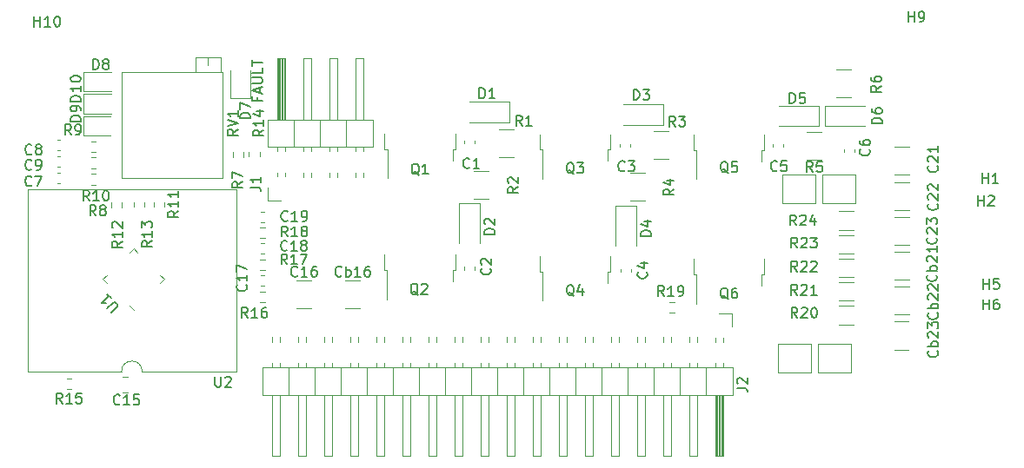
<source format=gbr>
%TF.GenerationSoftware,KiCad,Pcbnew,6.0.11*%
%TF.CreationDate,2025-01-17T14:03:23+01:00*%
%TF.ProjectId,MP6532_board_28-QFN,4d503635-3332-45f6-926f-6172645f3238,rev?*%
%TF.SameCoordinates,Original*%
%TF.FileFunction,Legend,Top*%
%TF.FilePolarity,Positive*%
%FSLAX46Y46*%
G04 Gerber Fmt 4.6, Leading zero omitted, Abs format (unit mm)*
G04 Created by KiCad (PCBNEW 6.0.11) date 2025-01-17 14:03:23*
%MOMM*%
%LPD*%
G01*
G04 APERTURE LIST*
%ADD10C,0.150000*%
%ADD11C,0.120000*%
G04 APERTURE END LIST*
D10*
X61228571Y-45695238D02*
X61228571Y-46028571D01*
X61752380Y-46028571D02*
X60752380Y-46028571D01*
X60752380Y-45552380D01*
X61466666Y-45219047D02*
X61466666Y-44742857D01*
X61752380Y-45314285D02*
X60752380Y-44980952D01*
X61752380Y-44647619D01*
X60752380Y-44314285D02*
X61561904Y-44314285D01*
X61657142Y-44266666D01*
X61704761Y-44219047D01*
X61752380Y-44123809D01*
X61752380Y-43933333D01*
X61704761Y-43838095D01*
X61657142Y-43790476D01*
X61561904Y-43742857D01*
X60752380Y-43742857D01*
X61752380Y-42790476D02*
X61752380Y-43266666D01*
X60752380Y-43266666D01*
X60752380Y-42600000D02*
X60752380Y-42028571D01*
X61752380Y-42314285D02*
X60752380Y-42314285D01*
%TO.C,R24*%
X113737142Y-58142380D02*
X113403809Y-57666190D01*
X113165714Y-58142380D02*
X113165714Y-57142380D01*
X113546666Y-57142380D01*
X113641904Y-57190000D01*
X113689523Y-57237619D01*
X113737142Y-57332857D01*
X113737142Y-57475714D01*
X113689523Y-57570952D01*
X113641904Y-57618571D01*
X113546666Y-57666190D01*
X113165714Y-57666190D01*
X114118095Y-57237619D02*
X114165714Y-57190000D01*
X114260952Y-57142380D01*
X114499047Y-57142380D01*
X114594285Y-57190000D01*
X114641904Y-57237619D01*
X114689523Y-57332857D01*
X114689523Y-57428095D01*
X114641904Y-57570952D01*
X114070476Y-58142380D01*
X114689523Y-58142380D01*
X115546666Y-57475714D02*
X115546666Y-58142380D01*
X115308571Y-57094761D02*
X115070476Y-57809047D01*
X115689523Y-57809047D01*
%TO.C,R23*%
X113837142Y-60342380D02*
X113503809Y-59866190D01*
X113265714Y-60342380D02*
X113265714Y-59342380D01*
X113646666Y-59342380D01*
X113741904Y-59390000D01*
X113789523Y-59437619D01*
X113837142Y-59532857D01*
X113837142Y-59675714D01*
X113789523Y-59770952D01*
X113741904Y-59818571D01*
X113646666Y-59866190D01*
X113265714Y-59866190D01*
X114218095Y-59437619D02*
X114265714Y-59390000D01*
X114360952Y-59342380D01*
X114599047Y-59342380D01*
X114694285Y-59390000D01*
X114741904Y-59437619D01*
X114789523Y-59532857D01*
X114789523Y-59628095D01*
X114741904Y-59770952D01*
X114170476Y-60342380D01*
X114789523Y-60342380D01*
X115122857Y-59342380D02*
X115741904Y-59342380D01*
X115408571Y-59723333D01*
X115551428Y-59723333D01*
X115646666Y-59770952D01*
X115694285Y-59818571D01*
X115741904Y-59913809D01*
X115741904Y-60151904D01*
X115694285Y-60247142D01*
X115646666Y-60294761D01*
X115551428Y-60342380D01*
X115265714Y-60342380D01*
X115170476Y-60294761D01*
X115122857Y-60247142D01*
%TO.C,R22*%
X113837142Y-62642380D02*
X113503809Y-62166190D01*
X113265714Y-62642380D02*
X113265714Y-61642380D01*
X113646666Y-61642380D01*
X113741904Y-61690000D01*
X113789523Y-61737619D01*
X113837142Y-61832857D01*
X113837142Y-61975714D01*
X113789523Y-62070952D01*
X113741904Y-62118571D01*
X113646666Y-62166190D01*
X113265714Y-62166190D01*
X114218095Y-61737619D02*
X114265714Y-61690000D01*
X114360952Y-61642380D01*
X114599047Y-61642380D01*
X114694285Y-61690000D01*
X114741904Y-61737619D01*
X114789523Y-61832857D01*
X114789523Y-61928095D01*
X114741904Y-62070952D01*
X114170476Y-62642380D01*
X114789523Y-62642380D01*
X115170476Y-61737619D02*
X115218095Y-61690000D01*
X115313333Y-61642380D01*
X115551428Y-61642380D01*
X115646666Y-61690000D01*
X115694285Y-61737619D01*
X115741904Y-61832857D01*
X115741904Y-61928095D01*
X115694285Y-62070952D01*
X115122857Y-62642380D01*
X115741904Y-62642380D01*
%TO.C,R21*%
X113837142Y-64942380D02*
X113503809Y-64466190D01*
X113265714Y-64942380D02*
X113265714Y-63942380D01*
X113646666Y-63942380D01*
X113741904Y-63990000D01*
X113789523Y-64037619D01*
X113837142Y-64132857D01*
X113837142Y-64275714D01*
X113789523Y-64370952D01*
X113741904Y-64418571D01*
X113646666Y-64466190D01*
X113265714Y-64466190D01*
X114218095Y-64037619D02*
X114265714Y-63990000D01*
X114360952Y-63942380D01*
X114599047Y-63942380D01*
X114694285Y-63990000D01*
X114741904Y-64037619D01*
X114789523Y-64132857D01*
X114789523Y-64228095D01*
X114741904Y-64370952D01*
X114170476Y-64942380D01*
X114789523Y-64942380D01*
X115741904Y-64942380D02*
X115170476Y-64942380D01*
X115456190Y-64942380D02*
X115456190Y-63942380D01*
X115360952Y-64085238D01*
X115265714Y-64180476D01*
X115170476Y-64228095D01*
%TO.C,R20*%
X113857142Y-67152380D02*
X113523809Y-66676190D01*
X113285714Y-67152380D02*
X113285714Y-66152380D01*
X113666666Y-66152380D01*
X113761904Y-66200000D01*
X113809523Y-66247619D01*
X113857142Y-66342857D01*
X113857142Y-66485714D01*
X113809523Y-66580952D01*
X113761904Y-66628571D01*
X113666666Y-66676190D01*
X113285714Y-66676190D01*
X114238095Y-66247619D02*
X114285714Y-66200000D01*
X114380952Y-66152380D01*
X114619047Y-66152380D01*
X114714285Y-66200000D01*
X114761904Y-66247619D01*
X114809523Y-66342857D01*
X114809523Y-66438095D01*
X114761904Y-66580952D01*
X114190476Y-67152380D01*
X114809523Y-67152380D01*
X115428571Y-66152380D02*
X115523809Y-66152380D01*
X115619047Y-66200000D01*
X115666666Y-66247619D01*
X115714285Y-66342857D01*
X115761904Y-66533333D01*
X115761904Y-66771428D01*
X115714285Y-66961904D01*
X115666666Y-67057142D01*
X115619047Y-67104761D01*
X115523809Y-67152380D01*
X115428571Y-67152380D01*
X115333333Y-67104761D01*
X115285714Y-67057142D01*
X115238095Y-66961904D01*
X115190476Y-66771428D01*
X115190476Y-66533333D01*
X115238095Y-66342857D01*
X115285714Y-66247619D01*
X115333333Y-66200000D01*
X115428571Y-66152380D01*
%TO.C,R19*%
X100857142Y-65052380D02*
X100523809Y-64576190D01*
X100285714Y-65052380D02*
X100285714Y-64052380D01*
X100666666Y-64052380D01*
X100761904Y-64100000D01*
X100809523Y-64147619D01*
X100857142Y-64242857D01*
X100857142Y-64385714D01*
X100809523Y-64480952D01*
X100761904Y-64528571D01*
X100666666Y-64576190D01*
X100285714Y-64576190D01*
X101809523Y-65052380D02*
X101238095Y-65052380D01*
X101523809Y-65052380D02*
X101523809Y-64052380D01*
X101428571Y-64195238D01*
X101333333Y-64290476D01*
X101238095Y-64338095D01*
X102285714Y-65052380D02*
X102476190Y-65052380D01*
X102571428Y-65004761D01*
X102619047Y-64957142D01*
X102714285Y-64814285D01*
X102761904Y-64623809D01*
X102761904Y-64242857D01*
X102714285Y-64147619D01*
X102666666Y-64100000D01*
X102571428Y-64052380D01*
X102380952Y-64052380D01*
X102285714Y-64100000D01*
X102238095Y-64147619D01*
X102190476Y-64242857D01*
X102190476Y-64480952D01*
X102238095Y-64576190D01*
X102285714Y-64623809D01*
X102380952Y-64671428D01*
X102571428Y-64671428D01*
X102666666Y-64623809D01*
X102714285Y-64576190D01*
X102761904Y-64480952D01*
%TO.C,U2*%
X57128095Y-72902380D02*
X57128095Y-73711904D01*
X57175714Y-73807142D01*
X57223333Y-73854761D01*
X57318571Y-73902380D01*
X57509047Y-73902380D01*
X57604285Y-73854761D01*
X57651904Y-73807142D01*
X57699523Y-73711904D01*
X57699523Y-72902380D01*
X58128095Y-72997619D02*
X58175714Y-72950000D01*
X58270952Y-72902380D01*
X58509047Y-72902380D01*
X58604285Y-72950000D01*
X58651904Y-72997619D01*
X58699523Y-73092857D01*
X58699523Y-73188095D01*
X58651904Y-73330952D01*
X58080476Y-73902380D01*
X58699523Y-73902380D01*
%TO.C,R13*%
X50982380Y-59672857D02*
X50506190Y-60006190D01*
X50982380Y-60244285D02*
X49982380Y-60244285D01*
X49982380Y-59863333D01*
X50030000Y-59768095D01*
X50077619Y-59720476D01*
X50172857Y-59672857D01*
X50315714Y-59672857D01*
X50410952Y-59720476D01*
X50458571Y-59768095D01*
X50506190Y-59863333D01*
X50506190Y-60244285D01*
X50982380Y-58720476D02*
X50982380Y-59291904D01*
X50982380Y-59006190D02*
X49982380Y-59006190D01*
X50125238Y-59101428D01*
X50220476Y-59196666D01*
X50268095Y-59291904D01*
X49982380Y-58387142D02*
X49982380Y-57768095D01*
X50363333Y-58101428D01*
X50363333Y-57958571D01*
X50410952Y-57863333D01*
X50458571Y-57815714D01*
X50553809Y-57768095D01*
X50791904Y-57768095D01*
X50887142Y-57815714D01*
X50934761Y-57863333D01*
X50982380Y-57958571D01*
X50982380Y-58244285D01*
X50934761Y-58339523D01*
X50887142Y-58387142D01*
%TO.C,R12*%
X48082380Y-59712857D02*
X47606190Y-60046190D01*
X48082380Y-60284285D02*
X47082380Y-60284285D01*
X47082380Y-59903333D01*
X47130000Y-59808095D01*
X47177619Y-59760476D01*
X47272857Y-59712857D01*
X47415714Y-59712857D01*
X47510952Y-59760476D01*
X47558571Y-59808095D01*
X47606190Y-59903333D01*
X47606190Y-60284285D01*
X48082380Y-58760476D02*
X48082380Y-59331904D01*
X48082380Y-59046190D02*
X47082380Y-59046190D01*
X47225238Y-59141428D01*
X47320476Y-59236666D01*
X47368095Y-59331904D01*
X47177619Y-58379523D02*
X47130000Y-58331904D01*
X47082380Y-58236666D01*
X47082380Y-57998571D01*
X47130000Y-57903333D01*
X47177619Y-57855714D01*
X47272857Y-57808095D01*
X47368095Y-57808095D01*
X47510952Y-57855714D01*
X48082380Y-58427142D01*
X48082380Y-57808095D01*
%TO.C,R11*%
X53562380Y-56752857D02*
X53086190Y-57086190D01*
X53562380Y-57324285D02*
X52562380Y-57324285D01*
X52562380Y-56943333D01*
X52610000Y-56848095D01*
X52657619Y-56800476D01*
X52752857Y-56752857D01*
X52895714Y-56752857D01*
X52990952Y-56800476D01*
X53038571Y-56848095D01*
X53086190Y-56943333D01*
X53086190Y-57324285D01*
X53562380Y-55800476D02*
X53562380Y-56371904D01*
X53562380Y-56086190D02*
X52562380Y-56086190D01*
X52705238Y-56181428D01*
X52800476Y-56276666D01*
X52848095Y-56371904D01*
X53562380Y-54848095D02*
X53562380Y-55419523D01*
X53562380Y-55133809D02*
X52562380Y-55133809D01*
X52705238Y-55229047D01*
X52800476Y-55324285D01*
X52848095Y-55419523D01*
%TO.C,D10*%
X44042380Y-46064285D02*
X43042380Y-46064285D01*
X43042380Y-45826190D01*
X43090000Y-45683333D01*
X43185238Y-45588095D01*
X43280476Y-45540476D01*
X43470952Y-45492857D01*
X43613809Y-45492857D01*
X43804285Y-45540476D01*
X43899523Y-45588095D01*
X43994761Y-45683333D01*
X44042380Y-45826190D01*
X44042380Y-46064285D01*
X44042380Y-44540476D02*
X44042380Y-45111904D01*
X44042380Y-44826190D02*
X43042380Y-44826190D01*
X43185238Y-44921428D01*
X43280476Y-45016666D01*
X43328095Y-45111904D01*
X43042380Y-43921428D02*
X43042380Y-43826190D01*
X43090000Y-43730952D01*
X43137619Y-43683333D01*
X43232857Y-43635714D01*
X43423333Y-43588095D01*
X43661428Y-43588095D01*
X43851904Y-43635714D01*
X43947142Y-43683333D01*
X43994761Y-43730952D01*
X44042380Y-43826190D01*
X44042380Y-43921428D01*
X43994761Y-44016666D01*
X43947142Y-44064285D01*
X43851904Y-44111904D01*
X43661428Y-44159523D01*
X43423333Y-44159523D01*
X43232857Y-44111904D01*
X43137619Y-44064285D01*
X43090000Y-44016666D01*
X43042380Y-43921428D01*
%TO.C,D9*%
X44042380Y-47998095D02*
X43042380Y-47998095D01*
X43042380Y-47760000D01*
X43090000Y-47617142D01*
X43185238Y-47521904D01*
X43280476Y-47474285D01*
X43470952Y-47426666D01*
X43613809Y-47426666D01*
X43804285Y-47474285D01*
X43899523Y-47521904D01*
X43994761Y-47617142D01*
X44042380Y-47760000D01*
X44042380Y-47998095D01*
X44042380Y-46950476D02*
X44042380Y-46760000D01*
X43994761Y-46664761D01*
X43947142Y-46617142D01*
X43804285Y-46521904D01*
X43613809Y-46474285D01*
X43232857Y-46474285D01*
X43137619Y-46521904D01*
X43090000Y-46569523D01*
X43042380Y-46664761D01*
X43042380Y-46855238D01*
X43090000Y-46950476D01*
X43137619Y-46998095D01*
X43232857Y-47045714D01*
X43470952Y-47045714D01*
X43566190Y-46998095D01*
X43613809Y-46950476D01*
X43661428Y-46855238D01*
X43661428Y-46664761D01*
X43613809Y-46569523D01*
X43566190Y-46521904D01*
X43470952Y-46474285D01*
%TO.C,D8*%
X45251904Y-42942380D02*
X45251904Y-41942380D01*
X45490000Y-41942380D01*
X45632857Y-41990000D01*
X45728095Y-42085238D01*
X45775714Y-42180476D01*
X45823333Y-42370952D01*
X45823333Y-42513809D01*
X45775714Y-42704285D01*
X45728095Y-42799523D01*
X45632857Y-42894761D01*
X45490000Y-42942380D01*
X45251904Y-42942380D01*
X46394761Y-42370952D02*
X46299523Y-42323333D01*
X46251904Y-42275714D01*
X46204285Y-42180476D01*
X46204285Y-42132857D01*
X46251904Y-42037619D01*
X46299523Y-41990000D01*
X46394761Y-41942380D01*
X46585238Y-41942380D01*
X46680476Y-41990000D01*
X46728095Y-42037619D01*
X46775714Y-42132857D01*
X46775714Y-42180476D01*
X46728095Y-42275714D01*
X46680476Y-42323333D01*
X46585238Y-42370952D01*
X46394761Y-42370952D01*
X46299523Y-42418571D01*
X46251904Y-42466190D01*
X46204285Y-42561428D01*
X46204285Y-42751904D01*
X46251904Y-42847142D01*
X46299523Y-42894761D01*
X46394761Y-42942380D01*
X46585238Y-42942380D01*
X46680476Y-42894761D01*
X46728095Y-42847142D01*
X46775714Y-42751904D01*
X46775714Y-42561428D01*
X46728095Y-42466190D01*
X46680476Y-42418571D01*
X46585238Y-42370952D01*
%TO.C,Q5*%
X107104761Y-53047619D02*
X107009523Y-53000000D01*
X106914285Y-52904761D01*
X106771428Y-52761904D01*
X106676190Y-52714285D01*
X106580952Y-52714285D01*
X106628571Y-52952380D02*
X106533333Y-52904761D01*
X106438095Y-52809523D01*
X106390476Y-52619047D01*
X106390476Y-52285714D01*
X106438095Y-52095238D01*
X106533333Y-52000000D01*
X106628571Y-51952380D01*
X106819047Y-51952380D01*
X106914285Y-52000000D01*
X107009523Y-52095238D01*
X107057142Y-52285714D01*
X107057142Y-52619047D01*
X107009523Y-52809523D01*
X106914285Y-52904761D01*
X106819047Y-52952380D01*
X106628571Y-52952380D01*
X107961904Y-51952380D02*
X107485714Y-51952380D01*
X107438095Y-52428571D01*
X107485714Y-52380952D01*
X107580952Y-52333333D01*
X107819047Y-52333333D01*
X107914285Y-52380952D01*
X107961904Y-52428571D01*
X108009523Y-52523809D01*
X108009523Y-52761904D01*
X107961904Y-52857142D01*
X107914285Y-52904761D01*
X107819047Y-52952380D01*
X107580952Y-52952380D01*
X107485714Y-52904761D01*
X107438095Y-52857142D01*
%TO.C,H2*%
X131438095Y-56252380D02*
X131438095Y-55252380D01*
X131438095Y-55728571D02*
X132009523Y-55728571D01*
X132009523Y-56252380D02*
X132009523Y-55252380D01*
X132438095Y-55347619D02*
X132485714Y-55300000D01*
X132580952Y-55252380D01*
X132819047Y-55252380D01*
X132914285Y-55300000D01*
X132961904Y-55347619D01*
X133009523Y-55442857D01*
X133009523Y-55538095D01*
X132961904Y-55680952D01*
X132390476Y-56252380D01*
X133009523Y-56252380D01*
%TO.C,Q1*%
X77004761Y-53247619D02*
X76909523Y-53200000D01*
X76814285Y-53104761D01*
X76671428Y-52961904D01*
X76576190Y-52914285D01*
X76480952Y-52914285D01*
X76528571Y-53152380D02*
X76433333Y-53104761D01*
X76338095Y-53009523D01*
X76290476Y-52819047D01*
X76290476Y-52485714D01*
X76338095Y-52295238D01*
X76433333Y-52200000D01*
X76528571Y-52152380D01*
X76719047Y-52152380D01*
X76814285Y-52200000D01*
X76909523Y-52295238D01*
X76957142Y-52485714D01*
X76957142Y-52819047D01*
X76909523Y-53009523D01*
X76814285Y-53104761D01*
X76719047Y-53152380D01*
X76528571Y-53152380D01*
X77909523Y-53152380D02*
X77338095Y-53152380D01*
X77623809Y-53152380D02*
X77623809Y-52152380D01*
X77528571Y-52295238D01*
X77433333Y-52390476D01*
X77338095Y-52438095D01*
%TO.C,D2*%
X84367380Y-59018095D02*
X83367380Y-59018095D01*
X83367380Y-58780000D01*
X83415000Y-58637142D01*
X83510238Y-58541904D01*
X83605476Y-58494285D01*
X83795952Y-58446666D01*
X83938809Y-58446666D01*
X84129285Y-58494285D01*
X84224523Y-58541904D01*
X84319761Y-58637142D01*
X84367380Y-58780000D01*
X84367380Y-59018095D01*
X83462619Y-58065714D02*
X83415000Y-58018095D01*
X83367380Y-57922857D01*
X83367380Y-57684761D01*
X83415000Y-57589523D01*
X83462619Y-57541904D01*
X83557857Y-57494285D01*
X83653095Y-57494285D01*
X83795952Y-57541904D01*
X84367380Y-58113333D01*
X84367380Y-57494285D01*
%TO.C,C8*%
X39273333Y-51167142D02*
X39225714Y-51214761D01*
X39082857Y-51262380D01*
X38987619Y-51262380D01*
X38844761Y-51214761D01*
X38749523Y-51119523D01*
X38701904Y-51024285D01*
X38654285Y-50833809D01*
X38654285Y-50690952D01*
X38701904Y-50500476D01*
X38749523Y-50405238D01*
X38844761Y-50310000D01*
X38987619Y-50262380D01*
X39082857Y-50262380D01*
X39225714Y-50310000D01*
X39273333Y-50357619D01*
X39844761Y-50690952D02*
X39749523Y-50643333D01*
X39701904Y-50595714D01*
X39654285Y-50500476D01*
X39654285Y-50452857D01*
X39701904Y-50357619D01*
X39749523Y-50310000D01*
X39844761Y-50262380D01*
X40035238Y-50262380D01*
X40130476Y-50310000D01*
X40178095Y-50357619D01*
X40225714Y-50452857D01*
X40225714Y-50500476D01*
X40178095Y-50595714D01*
X40130476Y-50643333D01*
X40035238Y-50690952D01*
X39844761Y-50690952D01*
X39749523Y-50738571D01*
X39701904Y-50786190D01*
X39654285Y-50881428D01*
X39654285Y-51071904D01*
X39701904Y-51167142D01*
X39749523Y-51214761D01*
X39844761Y-51262380D01*
X40035238Y-51262380D01*
X40130476Y-51214761D01*
X40178095Y-51167142D01*
X40225714Y-51071904D01*
X40225714Y-50881428D01*
X40178095Y-50786190D01*
X40130476Y-50738571D01*
X40035238Y-50690952D01*
%TO.C,C15*%
X47857142Y-75567142D02*
X47809523Y-75614761D01*
X47666666Y-75662380D01*
X47571428Y-75662380D01*
X47428571Y-75614761D01*
X47333333Y-75519523D01*
X47285714Y-75424285D01*
X47238095Y-75233809D01*
X47238095Y-75090952D01*
X47285714Y-74900476D01*
X47333333Y-74805238D01*
X47428571Y-74710000D01*
X47571428Y-74662380D01*
X47666666Y-74662380D01*
X47809523Y-74710000D01*
X47857142Y-74757619D01*
X48809523Y-75662380D02*
X48238095Y-75662380D01*
X48523809Y-75662380D02*
X48523809Y-74662380D01*
X48428571Y-74805238D01*
X48333333Y-74900476D01*
X48238095Y-74948095D01*
X49714285Y-74662380D02*
X49238095Y-74662380D01*
X49190476Y-75138571D01*
X49238095Y-75090952D01*
X49333333Y-75043333D01*
X49571428Y-75043333D01*
X49666666Y-75090952D01*
X49714285Y-75138571D01*
X49761904Y-75233809D01*
X49761904Y-75471904D01*
X49714285Y-75567142D01*
X49666666Y-75614761D01*
X49571428Y-75662380D01*
X49333333Y-75662380D01*
X49238095Y-75614761D01*
X49190476Y-75567142D01*
%TO.C,R6*%
X122002380Y-44556666D02*
X121526190Y-44890000D01*
X122002380Y-45128095D02*
X121002380Y-45128095D01*
X121002380Y-44747142D01*
X121050000Y-44651904D01*
X121097619Y-44604285D01*
X121192857Y-44556666D01*
X121335714Y-44556666D01*
X121430952Y-44604285D01*
X121478571Y-44651904D01*
X121526190Y-44747142D01*
X121526190Y-45128095D01*
X121002380Y-43699523D02*
X121002380Y-43890000D01*
X121050000Y-43985238D01*
X121097619Y-44032857D01*
X121240476Y-44128095D01*
X121430952Y-44175714D01*
X121811904Y-44175714D01*
X121907142Y-44128095D01*
X121954761Y-44080476D01*
X122002380Y-43985238D01*
X122002380Y-43794761D01*
X121954761Y-43699523D01*
X121907142Y-43651904D01*
X121811904Y-43604285D01*
X121573809Y-43604285D01*
X121478571Y-43651904D01*
X121430952Y-43699523D01*
X121383333Y-43794761D01*
X121383333Y-43985238D01*
X121430952Y-44080476D01*
X121478571Y-44128095D01*
X121573809Y-44175714D01*
%TO.C,Q6*%
X107104761Y-65347619D02*
X107009523Y-65300000D01*
X106914285Y-65204761D01*
X106771428Y-65061904D01*
X106676190Y-65014285D01*
X106580952Y-65014285D01*
X106628571Y-65252380D02*
X106533333Y-65204761D01*
X106438095Y-65109523D01*
X106390476Y-64919047D01*
X106390476Y-64585714D01*
X106438095Y-64395238D01*
X106533333Y-64300000D01*
X106628571Y-64252380D01*
X106819047Y-64252380D01*
X106914285Y-64300000D01*
X107009523Y-64395238D01*
X107057142Y-64585714D01*
X107057142Y-64919047D01*
X107009523Y-65109523D01*
X106914285Y-65204761D01*
X106819047Y-65252380D01*
X106628571Y-65252380D01*
X107914285Y-64252380D02*
X107723809Y-64252380D01*
X107628571Y-64300000D01*
X107580952Y-64347619D01*
X107485714Y-64490476D01*
X107438095Y-64680952D01*
X107438095Y-65061904D01*
X107485714Y-65157142D01*
X107533333Y-65204761D01*
X107628571Y-65252380D01*
X107819047Y-65252380D01*
X107914285Y-65204761D01*
X107961904Y-65157142D01*
X108009523Y-65061904D01*
X108009523Y-64823809D01*
X107961904Y-64728571D01*
X107914285Y-64680952D01*
X107819047Y-64633333D01*
X107628571Y-64633333D01*
X107533333Y-64680952D01*
X107485714Y-64728571D01*
X107438095Y-64823809D01*
%TO.C,R4*%
X101820380Y-54608666D02*
X101344190Y-54942000D01*
X101820380Y-55180095D02*
X100820380Y-55180095D01*
X100820380Y-54799142D01*
X100868000Y-54703904D01*
X100915619Y-54656285D01*
X101010857Y-54608666D01*
X101153714Y-54608666D01*
X101248952Y-54656285D01*
X101296571Y-54703904D01*
X101344190Y-54799142D01*
X101344190Y-55180095D01*
X101153714Y-53751523D02*
X101820380Y-53751523D01*
X100772761Y-53989619D02*
X101487047Y-54227714D01*
X101487047Y-53608666D01*
%TO.C,C3*%
X97023333Y-52787142D02*
X96975714Y-52834761D01*
X96832857Y-52882380D01*
X96737619Y-52882380D01*
X96594761Y-52834761D01*
X96499523Y-52739523D01*
X96451904Y-52644285D01*
X96404285Y-52453809D01*
X96404285Y-52310952D01*
X96451904Y-52120476D01*
X96499523Y-52025238D01*
X96594761Y-51930000D01*
X96737619Y-51882380D01*
X96832857Y-51882380D01*
X96975714Y-51930000D01*
X97023333Y-51977619D01*
X97356666Y-51882380D02*
X97975714Y-51882380D01*
X97642380Y-52263333D01*
X97785238Y-52263333D01*
X97880476Y-52310952D01*
X97928095Y-52358571D01*
X97975714Y-52453809D01*
X97975714Y-52691904D01*
X97928095Y-52787142D01*
X97880476Y-52834761D01*
X97785238Y-52882380D01*
X97499523Y-52882380D01*
X97404285Y-52834761D01*
X97356666Y-52787142D01*
%TO.C,H10*%
X39521904Y-38772380D02*
X39521904Y-37772380D01*
X39521904Y-38248571D02*
X40093333Y-38248571D01*
X40093333Y-38772380D02*
X40093333Y-37772380D01*
X41093333Y-38772380D02*
X40521904Y-38772380D01*
X40807619Y-38772380D02*
X40807619Y-37772380D01*
X40712380Y-37915238D01*
X40617142Y-38010476D01*
X40521904Y-38058095D01*
X41712380Y-37772380D02*
X41807619Y-37772380D01*
X41902857Y-37820000D01*
X41950476Y-37867619D01*
X41998095Y-37962857D01*
X42045714Y-38153333D01*
X42045714Y-38391428D01*
X41998095Y-38581904D01*
X41950476Y-38677142D01*
X41902857Y-38724761D01*
X41807619Y-38772380D01*
X41712380Y-38772380D01*
X41617142Y-38724761D01*
X41569523Y-38677142D01*
X41521904Y-38581904D01*
X41474285Y-38391428D01*
X41474285Y-38153333D01*
X41521904Y-37962857D01*
X41569523Y-37867619D01*
X41617142Y-37820000D01*
X41712380Y-37772380D01*
%TO.C,D1*%
X82861904Y-45772380D02*
X82861904Y-44772380D01*
X83100000Y-44772380D01*
X83242857Y-44820000D01*
X83338095Y-44915238D01*
X83385714Y-45010476D01*
X83433333Y-45200952D01*
X83433333Y-45343809D01*
X83385714Y-45534285D01*
X83338095Y-45629523D01*
X83242857Y-45724761D01*
X83100000Y-45772380D01*
X82861904Y-45772380D01*
X84385714Y-45772380D02*
X83814285Y-45772380D01*
X84100000Y-45772380D02*
X84100000Y-44772380D01*
X84004761Y-44915238D01*
X83909523Y-45010476D01*
X83814285Y-45058095D01*
%TO.C,C6*%
X120817142Y-50726666D02*
X120864761Y-50774285D01*
X120912380Y-50917142D01*
X120912380Y-51012380D01*
X120864761Y-51155238D01*
X120769523Y-51250476D01*
X120674285Y-51298095D01*
X120483809Y-51345714D01*
X120340952Y-51345714D01*
X120150476Y-51298095D01*
X120055238Y-51250476D01*
X119960000Y-51155238D01*
X119912380Y-51012380D01*
X119912380Y-50917142D01*
X119960000Y-50774285D01*
X120007619Y-50726666D01*
X119912380Y-49869523D02*
X119912380Y-50060000D01*
X119960000Y-50155238D01*
X120007619Y-50202857D01*
X120150476Y-50298095D01*
X120340952Y-50345714D01*
X120721904Y-50345714D01*
X120817142Y-50298095D01*
X120864761Y-50250476D01*
X120912380Y-50155238D01*
X120912380Y-49964761D01*
X120864761Y-49869523D01*
X120817142Y-49821904D01*
X120721904Y-49774285D01*
X120483809Y-49774285D01*
X120388571Y-49821904D01*
X120340952Y-49869523D01*
X120293333Y-49964761D01*
X120293333Y-50155238D01*
X120340952Y-50250476D01*
X120388571Y-50298095D01*
X120483809Y-50345714D01*
%TO.C,R9*%
X43113333Y-49322380D02*
X42780000Y-48846190D01*
X42541904Y-49322380D02*
X42541904Y-48322380D01*
X42922857Y-48322380D01*
X43018095Y-48370000D01*
X43065714Y-48417619D01*
X43113333Y-48512857D01*
X43113333Y-48655714D01*
X43065714Y-48750952D01*
X43018095Y-48798571D01*
X42922857Y-48846190D01*
X42541904Y-48846190D01*
X43589523Y-49322380D02*
X43780000Y-49322380D01*
X43875238Y-49274761D01*
X43922857Y-49227142D01*
X44018095Y-49084285D01*
X44065714Y-48893809D01*
X44065714Y-48512857D01*
X44018095Y-48417619D01*
X43970476Y-48370000D01*
X43875238Y-48322380D01*
X43684761Y-48322380D01*
X43589523Y-48370000D01*
X43541904Y-48417619D01*
X43494285Y-48512857D01*
X43494285Y-48750952D01*
X43541904Y-48846190D01*
X43589523Y-48893809D01*
X43684761Y-48941428D01*
X43875238Y-48941428D01*
X43970476Y-48893809D01*
X44018095Y-48846190D01*
X44065714Y-48750952D01*
%TO.C,R2*%
X86653380Y-54415666D02*
X86177190Y-54749000D01*
X86653380Y-54987095D02*
X85653380Y-54987095D01*
X85653380Y-54606142D01*
X85701000Y-54510904D01*
X85748619Y-54463285D01*
X85843857Y-54415666D01*
X85986714Y-54415666D01*
X86081952Y-54463285D01*
X86129571Y-54510904D01*
X86177190Y-54606142D01*
X86177190Y-54987095D01*
X85748619Y-54034714D02*
X85701000Y-53987095D01*
X85653380Y-53891857D01*
X85653380Y-53653761D01*
X85701000Y-53558523D01*
X85748619Y-53510904D01*
X85843857Y-53463285D01*
X85939095Y-53463285D01*
X86081952Y-53510904D01*
X86653380Y-54082333D01*
X86653380Y-53463285D01*
%TO.C,R16*%
X60307142Y-67172380D02*
X59973809Y-66696190D01*
X59735714Y-67172380D02*
X59735714Y-66172380D01*
X60116666Y-66172380D01*
X60211904Y-66220000D01*
X60259523Y-66267619D01*
X60307142Y-66362857D01*
X60307142Y-66505714D01*
X60259523Y-66600952D01*
X60211904Y-66648571D01*
X60116666Y-66696190D01*
X59735714Y-66696190D01*
X61259523Y-67172380D02*
X60688095Y-67172380D01*
X60973809Y-67172380D02*
X60973809Y-66172380D01*
X60878571Y-66315238D01*
X60783333Y-66410476D01*
X60688095Y-66458095D01*
X62116666Y-66172380D02*
X61926190Y-66172380D01*
X61830952Y-66220000D01*
X61783333Y-66267619D01*
X61688095Y-66410476D01*
X61640476Y-66600952D01*
X61640476Y-66981904D01*
X61688095Y-67077142D01*
X61735714Y-67124761D01*
X61830952Y-67172380D01*
X62021428Y-67172380D01*
X62116666Y-67124761D01*
X62164285Y-67077142D01*
X62211904Y-66981904D01*
X62211904Y-66743809D01*
X62164285Y-66648571D01*
X62116666Y-66600952D01*
X62021428Y-66553333D01*
X61830952Y-66553333D01*
X61735714Y-66600952D01*
X61688095Y-66648571D01*
X61640476Y-66743809D01*
%TO.C,C21*%
X127457142Y-52342857D02*
X127504761Y-52390476D01*
X127552380Y-52533333D01*
X127552380Y-52628571D01*
X127504761Y-52771428D01*
X127409523Y-52866666D01*
X127314285Y-52914285D01*
X127123809Y-52961904D01*
X126980952Y-52961904D01*
X126790476Y-52914285D01*
X126695238Y-52866666D01*
X126600000Y-52771428D01*
X126552380Y-52628571D01*
X126552380Y-52533333D01*
X126600000Y-52390476D01*
X126647619Y-52342857D01*
X126647619Y-51961904D02*
X126600000Y-51914285D01*
X126552380Y-51819047D01*
X126552380Y-51580952D01*
X126600000Y-51485714D01*
X126647619Y-51438095D01*
X126742857Y-51390476D01*
X126838095Y-51390476D01*
X126980952Y-51438095D01*
X127552380Y-52009523D01*
X127552380Y-51390476D01*
X127552380Y-50438095D02*
X127552380Y-51009523D01*
X127552380Y-50723809D02*
X126552380Y-50723809D01*
X126695238Y-50819047D01*
X126790476Y-50914285D01*
X126838095Y-51009523D01*
%TO.C,R8*%
X45533333Y-57192380D02*
X45200000Y-56716190D01*
X44961904Y-57192380D02*
X44961904Y-56192380D01*
X45342857Y-56192380D01*
X45438095Y-56240000D01*
X45485714Y-56287619D01*
X45533333Y-56382857D01*
X45533333Y-56525714D01*
X45485714Y-56620952D01*
X45438095Y-56668571D01*
X45342857Y-56716190D01*
X44961904Y-56716190D01*
X46104761Y-56620952D02*
X46009523Y-56573333D01*
X45961904Y-56525714D01*
X45914285Y-56430476D01*
X45914285Y-56382857D01*
X45961904Y-56287619D01*
X46009523Y-56240000D01*
X46104761Y-56192380D01*
X46295238Y-56192380D01*
X46390476Y-56240000D01*
X46438095Y-56287619D01*
X46485714Y-56382857D01*
X46485714Y-56430476D01*
X46438095Y-56525714D01*
X46390476Y-56573333D01*
X46295238Y-56620952D01*
X46104761Y-56620952D01*
X46009523Y-56668571D01*
X45961904Y-56716190D01*
X45914285Y-56811428D01*
X45914285Y-57001904D01*
X45961904Y-57097142D01*
X46009523Y-57144761D01*
X46104761Y-57192380D01*
X46295238Y-57192380D01*
X46390476Y-57144761D01*
X46438095Y-57097142D01*
X46485714Y-57001904D01*
X46485714Y-56811428D01*
X46438095Y-56716190D01*
X46390476Y-56668571D01*
X46295238Y-56620952D01*
%TO.C,Cb16*%
X69444761Y-63057142D02*
X69397142Y-63104761D01*
X69254285Y-63152380D01*
X69159047Y-63152380D01*
X69016190Y-63104761D01*
X68920952Y-63009523D01*
X68873333Y-62914285D01*
X68825714Y-62723809D01*
X68825714Y-62580952D01*
X68873333Y-62390476D01*
X68920952Y-62295238D01*
X69016190Y-62200000D01*
X69159047Y-62152380D01*
X69254285Y-62152380D01*
X69397142Y-62200000D01*
X69444761Y-62247619D01*
X69873333Y-63152380D02*
X69873333Y-62152380D01*
X69873333Y-62533333D02*
X69968571Y-62485714D01*
X70159047Y-62485714D01*
X70254285Y-62533333D01*
X70301904Y-62580952D01*
X70349523Y-62676190D01*
X70349523Y-62961904D01*
X70301904Y-63057142D01*
X70254285Y-63104761D01*
X70159047Y-63152380D01*
X69968571Y-63152380D01*
X69873333Y-63104761D01*
X71301904Y-63152380D02*
X70730476Y-63152380D01*
X71016190Y-63152380D02*
X71016190Y-62152380D01*
X70920952Y-62295238D01*
X70825714Y-62390476D01*
X70730476Y-62438095D01*
X72159047Y-62152380D02*
X71968571Y-62152380D01*
X71873333Y-62200000D01*
X71825714Y-62247619D01*
X71730476Y-62390476D01*
X71682857Y-62580952D01*
X71682857Y-62961904D01*
X71730476Y-63057142D01*
X71778095Y-63104761D01*
X71873333Y-63152380D01*
X72063809Y-63152380D01*
X72159047Y-63104761D01*
X72206666Y-63057142D01*
X72254285Y-62961904D01*
X72254285Y-62723809D01*
X72206666Y-62628571D01*
X72159047Y-62580952D01*
X72063809Y-62533333D01*
X71873333Y-62533333D01*
X71778095Y-62580952D01*
X71730476Y-62628571D01*
X71682857Y-62723809D01*
%TO.C,C17*%
X60147142Y-63933857D02*
X60194761Y-63981476D01*
X60242380Y-64124333D01*
X60242380Y-64219571D01*
X60194761Y-64362428D01*
X60099523Y-64457666D01*
X60004285Y-64505285D01*
X59813809Y-64552904D01*
X59670952Y-64552904D01*
X59480476Y-64505285D01*
X59385238Y-64457666D01*
X59290000Y-64362428D01*
X59242380Y-64219571D01*
X59242380Y-64124333D01*
X59290000Y-63981476D01*
X59337619Y-63933857D01*
X60242380Y-62981476D02*
X60242380Y-63552904D01*
X60242380Y-63267190D02*
X59242380Y-63267190D01*
X59385238Y-63362428D01*
X59480476Y-63457666D01*
X59528095Y-63552904D01*
X59242380Y-62648142D02*
X59242380Y-61981476D01*
X60242380Y-62410047D01*
%TO.C,R14*%
X61852380Y-48842857D02*
X61376190Y-49176190D01*
X61852380Y-49414285D02*
X60852380Y-49414285D01*
X60852380Y-49033333D01*
X60900000Y-48938095D01*
X60947619Y-48890476D01*
X61042857Y-48842857D01*
X61185714Y-48842857D01*
X61280952Y-48890476D01*
X61328571Y-48938095D01*
X61376190Y-49033333D01*
X61376190Y-49414285D01*
X61852380Y-47890476D02*
X61852380Y-48461904D01*
X61852380Y-48176190D02*
X60852380Y-48176190D01*
X60995238Y-48271428D01*
X61090476Y-48366666D01*
X61138095Y-48461904D01*
X61185714Y-47033333D02*
X61852380Y-47033333D01*
X60804761Y-47271428D02*
X61519047Y-47509523D01*
X61519047Y-46890476D01*
%TO.C,Q3*%
X92104761Y-53147619D02*
X92009523Y-53100000D01*
X91914285Y-53004761D01*
X91771428Y-52861904D01*
X91676190Y-52814285D01*
X91580952Y-52814285D01*
X91628571Y-53052380D02*
X91533333Y-53004761D01*
X91438095Y-52909523D01*
X91390476Y-52719047D01*
X91390476Y-52385714D01*
X91438095Y-52195238D01*
X91533333Y-52100000D01*
X91628571Y-52052380D01*
X91819047Y-52052380D01*
X91914285Y-52100000D01*
X92009523Y-52195238D01*
X92057142Y-52385714D01*
X92057142Y-52719047D01*
X92009523Y-52909523D01*
X91914285Y-53004761D01*
X91819047Y-53052380D01*
X91628571Y-53052380D01*
X92390476Y-52052380D02*
X93009523Y-52052380D01*
X92676190Y-52433333D01*
X92819047Y-52433333D01*
X92914285Y-52480952D01*
X92961904Y-52528571D01*
X93009523Y-52623809D01*
X93009523Y-52861904D01*
X92961904Y-52957142D01*
X92914285Y-53004761D01*
X92819047Y-53052380D01*
X92533333Y-53052380D01*
X92438095Y-53004761D01*
X92390476Y-52957142D01*
%TO.C,RV1*%
X59342380Y-48785238D02*
X58866190Y-49118571D01*
X59342380Y-49356666D02*
X58342380Y-49356666D01*
X58342380Y-48975714D01*
X58390000Y-48880476D01*
X58437619Y-48832857D01*
X58532857Y-48785238D01*
X58675714Y-48785238D01*
X58770952Y-48832857D01*
X58818571Y-48880476D01*
X58866190Y-48975714D01*
X58866190Y-49356666D01*
X58342380Y-48499523D02*
X59342380Y-48166190D01*
X58342380Y-47832857D01*
X59342380Y-46975714D02*
X59342380Y-47547142D01*
X59342380Y-47261428D02*
X58342380Y-47261428D01*
X58485238Y-47356666D01*
X58580476Y-47451904D01*
X58628095Y-47547142D01*
%TO.C,D7*%
X60552380Y-47738095D02*
X59552380Y-47738095D01*
X59552380Y-47500000D01*
X59600000Y-47357142D01*
X59695238Y-47261904D01*
X59790476Y-47214285D01*
X59980952Y-47166666D01*
X60123809Y-47166666D01*
X60314285Y-47214285D01*
X60409523Y-47261904D01*
X60504761Y-47357142D01*
X60552380Y-47500000D01*
X60552380Y-47738095D01*
X59552380Y-46833333D02*
X59552380Y-46166666D01*
X60552380Y-46595238D01*
%TO.C,R7*%
X59812380Y-53906666D02*
X59336190Y-54240000D01*
X59812380Y-54478095D02*
X58812380Y-54478095D01*
X58812380Y-54097142D01*
X58860000Y-54001904D01*
X58907619Y-53954285D01*
X59002857Y-53906666D01*
X59145714Y-53906666D01*
X59240952Y-53954285D01*
X59288571Y-54001904D01*
X59336190Y-54097142D01*
X59336190Y-54478095D01*
X58812380Y-53573333D02*
X58812380Y-52906666D01*
X59812380Y-53335238D01*
%TO.C,C22*%
X127457142Y-56042857D02*
X127504761Y-56090476D01*
X127552380Y-56233333D01*
X127552380Y-56328571D01*
X127504761Y-56471428D01*
X127409523Y-56566666D01*
X127314285Y-56614285D01*
X127123809Y-56661904D01*
X126980952Y-56661904D01*
X126790476Y-56614285D01*
X126695238Y-56566666D01*
X126600000Y-56471428D01*
X126552380Y-56328571D01*
X126552380Y-56233333D01*
X126600000Y-56090476D01*
X126647619Y-56042857D01*
X126647619Y-55661904D02*
X126600000Y-55614285D01*
X126552380Y-55519047D01*
X126552380Y-55280952D01*
X126600000Y-55185714D01*
X126647619Y-55138095D01*
X126742857Y-55090476D01*
X126838095Y-55090476D01*
X126980952Y-55138095D01*
X127552380Y-55709523D01*
X127552380Y-55090476D01*
X126647619Y-54709523D02*
X126600000Y-54661904D01*
X126552380Y-54566666D01*
X126552380Y-54328571D01*
X126600000Y-54233333D01*
X126647619Y-54185714D01*
X126742857Y-54138095D01*
X126838095Y-54138095D01*
X126980952Y-54185714D01*
X127552380Y-54757142D01*
X127552380Y-54138095D01*
%TO.C,R5*%
X115333333Y-52932380D02*
X115000000Y-52456190D01*
X114761904Y-52932380D02*
X114761904Y-51932380D01*
X115142857Y-51932380D01*
X115238095Y-51980000D01*
X115285714Y-52027619D01*
X115333333Y-52122857D01*
X115333333Y-52265714D01*
X115285714Y-52360952D01*
X115238095Y-52408571D01*
X115142857Y-52456190D01*
X114761904Y-52456190D01*
X116238095Y-51932380D02*
X115761904Y-51932380D01*
X115714285Y-52408571D01*
X115761904Y-52360952D01*
X115857142Y-52313333D01*
X116095238Y-52313333D01*
X116190476Y-52360952D01*
X116238095Y-52408571D01*
X116285714Y-52503809D01*
X116285714Y-52741904D01*
X116238095Y-52837142D01*
X116190476Y-52884761D01*
X116095238Y-52932380D01*
X115857142Y-52932380D01*
X115761904Y-52884761D01*
X115714285Y-52837142D01*
%TO.C,C23*%
X127357142Y-59342857D02*
X127404761Y-59390476D01*
X127452380Y-59533333D01*
X127452380Y-59628571D01*
X127404761Y-59771428D01*
X127309523Y-59866666D01*
X127214285Y-59914285D01*
X127023809Y-59961904D01*
X126880952Y-59961904D01*
X126690476Y-59914285D01*
X126595238Y-59866666D01*
X126500000Y-59771428D01*
X126452380Y-59628571D01*
X126452380Y-59533333D01*
X126500000Y-59390476D01*
X126547619Y-59342857D01*
X126547619Y-58961904D02*
X126500000Y-58914285D01*
X126452380Y-58819047D01*
X126452380Y-58580952D01*
X126500000Y-58485714D01*
X126547619Y-58438095D01*
X126642857Y-58390476D01*
X126738095Y-58390476D01*
X126880952Y-58438095D01*
X127452380Y-59009523D01*
X127452380Y-58390476D01*
X126452380Y-58057142D02*
X126452380Y-57438095D01*
X126833333Y-57771428D01*
X126833333Y-57628571D01*
X126880952Y-57533333D01*
X126928571Y-57485714D01*
X127023809Y-57438095D01*
X127261904Y-57438095D01*
X127357142Y-57485714D01*
X127404761Y-57533333D01*
X127452380Y-57628571D01*
X127452380Y-57914285D01*
X127404761Y-58009523D01*
X127357142Y-58057142D01*
%TO.C,C19*%
X64187142Y-57647142D02*
X64139523Y-57694761D01*
X63996666Y-57742380D01*
X63901428Y-57742380D01*
X63758571Y-57694761D01*
X63663333Y-57599523D01*
X63615714Y-57504285D01*
X63568095Y-57313809D01*
X63568095Y-57170952D01*
X63615714Y-56980476D01*
X63663333Y-56885238D01*
X63758571Y-56790000D01*
X63901428Y-56742380D01*
X63996666Y-56742380D01*
X64139523Y-56790000D01*
X64187142Y-56837619D01*
X65139523Y-57742380D02*
X64568095Y-57742380D01*
X64853809Y-57742380D02*
X64853809Y-56742380D01*
X64758571Y-56885238D01*
X64663333Y-56980476D01*
X64568095Y-57028095D01*
X65615714Y-57742380D02*
X65806190Y-57742380D01*
X65901428Y-57694761D01*
X65949047Y-57647142D01*
X66044285Y-57504285D01*
X66091904Y-57313809D01*
X66091904Y-56932857D01*
X66044285Y-56837619D01*
X65996666Y-56790000D01*
X65901428Y-56742380D01*
X65710952Y-56742380D01*
X65615714Y-56790000D01*
X65568095Y-56837619D01*
X65520476Y-56932857D01*
X65520476Y-57170952D01*
X65568095Y-57266190D01*
X65615714Y-57313809D01*
X65710952Y-57361428D01*
X65901428Y-57361428D01*
X65996666Y-57313809D01*
X66044285Y-57266190D01*
X66091904Y-57170952D01*
%TO.C,U1*%
X47003927Y-66673568D02*
X47576347Y-66101148D01*
X47610019Y-66000133D01*
X47610019Y-65932789D01*
X47576347Y-65831774D01*
X47441660Y-65697087D01*
X47340645Y-65663415D01*
X47273301Y-65663415D01*
X47172286Y-65697087D01*
X46599866Y-66269507D01*
X46599866Y-64855293D02*
X47003927Y-65259354D01*
X46801897Y-65057324D02*
X46094790Y-65764430D01*
X46263149Y-65730759D01*
X46397836Y-65730759D01*
X46498851Y-65764430D01*
%TO.C,Cb21*%
X127357142Y-62995238D02*
X127404761Y-63042857D01*
X127452380Y-63185714D01*
X127452380Y-63280952D01*
X127404761Y-63423809D01*
X127309523Y-63519047D01*
X127214285Y-63566666D01*
X127023809Y-63614285D01*
X126880952Y-63614285D01*
X126690476Y-63566666D01*
X126595238Y-63519047D01*
X126500000Y-63423809D01*
X126452380Y-63280952D01*
X126452380Y-63185714D01*
X126500000Y-63042857D01*
X126547619Y-62995238D01*
X127452380Y-62566666D02*
X126452380Y-62566666D01*
X126833333Y-62566666D02*
X126785714Y-62471428D01*
X126785714Y-62280952D01*
X126833333Y-62185714D01*
X126880952Y-62138095D01*
X126976190Y-62090476D01*
X127261904Y-62090476D01*
X127357142Y-62138095D01*
X127404761Y-62185714D01*
X127452380Y-62280952D01*
X127452380Y-62471428D01*
X127404761Y-62566666D01*
X126547619Y-61709523D02*
X126500000Y-61661904D01*
X126452380Y-61566666D01*
X126452380Y-61328571D01*
X126500000Y-61233333D01*
X126547619Y-61185714D01*
X126642857Y-61138095D01*
X126738095Y-61138095D01*
X126880952Y-61185714D01*
X127452380Y-61757142D01*
X127452380Y-61138095D01*
X127452380Y-60185714D02*
X127452380Y-60757142D01*
X127452380Y-60471428D02*
X126452380Y-60471428D01*
X126595238Y-60566666D01*
X126690476Y-60661904D01*
X126738095Y-60757142D01*
%TO.C,Q4*%
X92104761Y-65047619D02*
X92009523Y-65000000D01*
X91914285Y-64904761D01*
X91771428Y-64761904D01*
X91676190Y-64714285D01*
X91580952Y-64714285D01*
X91628571Y-64952380D02*
X91533333Y-64904761D01*
X91438095Y-64809523D01*
X91390476Y-64619047D01*
X91390476Y-64285714D01*
X91438095Y-64095238D01*
X91533333Y-64000000D01*
X91628571Y-63952380D01*
X91819047Y-63952380D01*
X91914285Y-64000000D01*
X92009523Y-64095238D01*
X92057142Y-64285714D01*
X92057142Y-64619047D01*
X92009523Y-64809523D01*
X91914285Y-64904761D01*
X91819047Y-64952380D01*
X91628571Y-64952380D01*
X92914285Y-64285714D02*
X92914285Y-64952380D01*
X92676190Y-63904761D02*
X92438095Y-64619047D01*
X93057142Y-64619047D01*
%TO.C,R1*%
X87033333Y-48442380D02*
X86700000Y-47966190D01*
X86461904Y-48442380D02*
X86461904Y-47442380D01*
X86842857Y-47442380D01*
X86938095Y-47490000D01*
X86985714Y-47537619D01*
X87033333Y-47632857D01*
X87033333Y-47775714D01*
X86985714Y-47870952D01*
X86938095Y-47918571D01*
X86842857Y-47966190D01*
X86461904Y-47966190D01*
X87985714Y-48442380D02*
X87414285Y-48442380D01*
X87700000Y-48442380D02*
X87700000Y-47442380D01*
X87604761Y-47585238D01*
X87509523Y-47680476D01*
X87414285Y-47728095D01*
%TO.C,C18*%
X64157142Y-60557142D02*
X64109523Y-60604761D01*
X63966666Y-60652380D01*
X63871428Y-60652380D01*
X63728571Y-60604761D01*
X63633333Y-60509523D01*
X63585714Y-60414285D01*
X63538095Y-60223809D01*
X63538095Y-60080952D01*
X63585714Y-59890476D01*
X63633333Y-59795238D01*
X63728571Y-59700000D01*
X63871428Y-59652380D01*
X63966666Y-59652380D01*
X64109523Y-59700000D01*
X64157142Y-59747619D01*
X65109523Y-60652380D02*
X64538095Y-60652380D01*
X64823809Y-60652380D02*
X64823809Y-59652380D01*
X64728571Y-59795238D01*
X64633333Y-59890476D01*
X64538095Y-59938095D01*
X65680952Y-60080952D02*
X65585714Y-60033333D01*
X65538095Y-59985714D01*
X65490476Y-59890476D01*
X65490476Y-59842857D01*
X65538095Y-59747619D01*
X65585714Y-59700000D01*
X65680952Y-59652380D01*
X65871428Y-59652380D01*
X65966666Y-59700000D01*
X66014285Y-59747619D01*
X66061904Y-59842857D01*
X66061904Y-59890476D01*
X66014285Y-59985714D01*
X65966666Y-60033333D01*
X65871428Y-60080952D01*
X65680952Y-60080952D01*
X65585714Y-60128571D01*
X65538095Y-60176190D01*
X65490476Y-60271428D01*
X65490476Y-60461904D01*
X65538095Y-60557142D01*
X65585714Y-60604761D01*
X65680952Y-60652380D01*
X65871428Y-60652380D01*
X65966666Y-60604761D01*
X66014285Y-60557142D01*
X66061904Y-60461904D01*
X66061904Y-60271428D01*
X66014285Y-60176190D01*
X65966666Y-60128571D01*
X65871428Y-60080952D01*
%TO.C,H5*%
X131938095Y-64352380D02*
X131938095Y-63352380D01*
X131938095Y-63828571D02*
X132509523Y-63828571D01*
X132509523Y-64352380D02*
X132509523Y-63352380D01*
X133461904Y-63352380D02*
X132985714Y-63352380D01*
X132938095Y-63828571D01*
X132985714Y-63780952D01*
X133080952Y-63733333D01*
X133319047Y-63733333D01*
X133414285Y-63780952D01*
X133461904Y-63828571D01*
X133509523Y-63923809D01*
X133509523Y-64161904D01*
X133461904Y-64257142D01*
X133414285Y-64304761D01*
X133319047Y-64352380D01*
X133080952Y-64352380D01*
X132985714Y-64304761D01*
X132938095Y-64257142D01*
%TO.C,R17*%
X64157142Y-61952380D02*
X63823809Y-61476190D01*
X63585714Y-61952380D02*
X63585714Y-60952380D01*
X63966666Y-60952380D01*
X64061904Y-61000000D01*
X64109523Y-61047619D01*
X64157142Y-61142857D01*
X64157142Y-61285714D01*
X64109523Y-61380952D01*
X64061904Y-61428571D01*
X63966666Y-61476190D01*
X63585714Y-61476190D01*
X65109523Y-61952380D02*
X64538095Y-61952380D01*
X64823809Y-61952380D02*
X64823809Y-60952380D01*
X64728571Y-61095238D01*
X64633333Y-61190476D01*
X64538095Y-61238095D01*
X65442857Y-60952380D02*
X66109523Y-60952380D01*
X65680952Y-61952380D01*
%TO.C,J1*%
X60552380Y-54433333D02*
X61266666Y-54433333D01*
X61409523Y-54480952D01*
X61504761Y-54576190D01*
X61552380Y-54719047D01*
X61552380Y-54814285D01*
X61552380Y-53433333D02*
X61552380Y-54004761D01*
X61552380Y-53719047D02*
X60552380Y-53719047D01*
X60695238Y-53814285D01*
X60790476Y-53909523D01*
X60838095Y-54004761D01*
%TO.C,H9*%
X124648095Y-38302380D02*
X124648095Y-37302380D01*
X124648095Y-37778571D02*
X125219523Y-37778571D01*
X125219523Y-38302380D02*
X125219523Y-37302380D01*
X125743333Y-38302380D02*
X125933809Y-38302380D01*
X126029047Y-38254761D01*
X126076666Y-38207142D01*
X126171904Y-38064285D01*
X126219523Y-37873809D01*
X126219523Y-37492857D01*
X126171904Y-37397619D01*
X126124285Y-37350000D01*
X126029047Y-37302380D01*
X125838571Y-37302380D01*
X125743333Y-37350000D01*
X125695714Y-37397619D01*
X125648095Y-37492857D01*
X125648095Y-37730952D01*
X125695714Y-37826190D01*
X125743333Y-37873809D01*
X125838571Y-37921428D01*
X126029047Y-37921428D01*
X126124285Y-37873809D01*
X126171904Y-37826190D01*
X126219523Y-37730952D01*
%TO.C,R10*%
X44877142Y-55752380D02*
X44543809Y-55276190D01*
X44305714Y-55752380D02*
X44305714Y-54752380D01*
X44686666Y-54752380D01*
X44781904Y-54800000D01*
X44829523Y-54847619D01*
X44877142Y-54942857D01*
X44877142Y-55085714D01*
X44829523Y-55180952D01*
X44781904Y-55228571D01*
X44686666Y-55276190D01*
X44305714Y-55276190D01*
X45829523Y-55752380D02*
X45258095Y-55752380D01*
X45543809Y-55752380D02*
X45543809Y-54752380D01*
X45448571Y-54895238D01*
X45353333Y-54990476D01*
X45258095Y-55038095D01*
X46448571Y-54752380D02*
X46543809Y-54752380D01*
X46639047Y-54800000D01*
X46686666Y-54847619D01*
X46734285Y-54942857D01*
X46781904Y-55133333D01*
X46781904Y-55371428D01*
X46734285Y-55561904D01*
X46686666Y-55657142D01*
X46639047Y-55704761D01*
X46543809Y-55752380D01*
X46448571Y-55752380D01*
X46353333Y-55704761D01*
X46305714Y-55657142D01*
X46258095Y-55561904D01*
X46210476Y-55371428D01*
X46210476Y-55133333D01*
X46258095Y-54942857D01*
X46305714Y-54847619D01*
X46353333Y-54800000D01*
X46448571Y-54752380D01*
%TO.C,C1*%
X81903333Y-52497142D02*
X81855714Y-52544761D01*
X81712857Y-52592380D01*
X81617619Y-52592380D01*
X81474761Y-52544761D01*
X81379523Y-52449523D01*
X81331904Y-52354285D01*
X81284285Y-52163809D01*
X81284285Y-52020952D01*
X81331904Y-51830476D01*
X81379523Y-51735238D01*
X81474761Y-51640000D01*
X81617619Y-51592380D01*
X81712857Y-51592380D01*
X81855714Y-51640000D01*
X81903333Y-51687619D01*
X82855714Y-52592380D02*
X82284285Y-52592380D01*
X82570000Y-52592380D02*
X82570000Y-51592380D01*
X82474761Y-51735238D01*
X82379523Y-51830476D01*
X82284285Y-51878095D01*
%TO.C,D5*%
X113091904Y-46242380D02*
X113091904Y-45242380D01*
X113330000Y-45242380D01*
X113472857Y-45290000D01*
X113568095Y-45385238D01*
X113615714Y-45480476D01*
X113663333Y-45670952D01*
X113663333Y-45813809D01*
X113615714Y-46004285D01*
X113568095Y-46099523D01*
X113472857Y-46194761D01*
X113330000Y-46242380D01*
X113091904Y-46242380D01*
X114568095Y-45242380D02*
X114091904Y-45242380D01*
X114044285Y-45718571D01*
X114091904Y-45670952D01*
X114187142Y-45623333D01*
X114425238Y-45623333D01*
X114520476Y-45670952D01*
X114568095Y-45718571D01*
X114615714Y-45813809D01*
X114615714Y-46051904D01*
X114568095Y-46147142D01*
X114520476Y-46194761D01*
X114425238Y-46242380D01*
X114187142Y-46242380D01*
X114091904Y-46194761D01*
X114044285Y-46147142D01*
%TO.C,Cb23*%
X127457142Y-70395238D02*
X127504761Y-70442857D01*
X127552380Y-70585714D01*
X127552380Y-70680952D01*
X127504761Y-70823809D01*
X127409523Y-70919047D01*
X127314285Y-70966666D01*
X127123809Y-71014285D01*
X126980952Y-71014285D01*
X126790476Y-70966666D01*
X126695238Y-70919047D01*
X126600000Y-70823809D01*
X126552380Y-70680952D01*
X126552380Y-70585714D01*
X126600000Y-70442857D01*
X126647619Y-70395238D01*
X127552380Y-69966666D02*
X126552380Y-69966666D01*
X126933333Y-69966666D02*
X126885714Y-69871428D01*
X126885714Y-69680952D01*
X126933333Y-69585714D01*
X126980952Y-69538095D01*
X127076190Y-69490476D01*
X127361904Y-69490476D01*
X127457142Y-69538095D01*
X127504761Y-69585714D01*
X127552380Y-69680952D01*
X127552380Y-69871428D01*
X127504761Y-69966666D01*
X126647619Y-69109523D02*
X126600000Y-69061904D01*
X126552380Y-68966666D01*
X126552380Y-68728571D01*
X126600000Y-68633333D01*
X126647619Y-68585714D01*
X126742857Y-68538095D01*
X126838095Y-68538095D01*
X126980952Y-68585714D01*
X127552380Y-69157142D01*
X127552380Y-68538095D01*
X126552380Y-68204761D02*
X126552380Y-67585714D01*
X126933333Y-67919047D01*
X126933333Y-67776190D01*
X126980952Y-67680952D01*
X127028571Y-67633333D01*
X127123809Y-67585714D01*
X127361904Y-67585714D01*
X127457142Y-67633333D01*
X127504761Y-67680952D01*
X127552380Y-67776190D01*
X127552380Y-68061904D01*
X127504761Y-68157142D01*
X127457142Y-68204761D01*
%TO.C,D4*%
X99601380Y-59202095D02*
X98601380Y-59202095D01*
X98601380Y-58964000D01*
X98649000Y-58821142D01*
X98744238Y-58725904D01*
X98839476Y-58678285D01*
X99029952Y-58630666D01*
X99172809Y-58630666D01*
X99363285Y-58678285D01*
X99458523Y-58725904D01*
X99553761Y-58821142D01*
X99601380Y-58964000D01*
X99601380Y-59202095D01*
X98934714Y-57773523D02*
X99601380Y-57773523D01*
X98553761Y-58011619D02*
X99268047Y-58249714D01*
X99268047Y-57630666D01*
%TO.C,C9*%
X39253333Y-52657142D02*
X39205714Y-52704761D01*
X39062857Y-52752380D01*
X38967619Y-52752380D01*
X38824761Y-52704761D01*
X38729523Y-52609523D01*
X38681904Y-52514285D01*
X38634285Y-52323809D01*
X38634285Y-52180952D01*
X38681904Y-51990476D01*
X38729523Y-51895238D01*
X38824761Y-51800000D01*
X38967619Y-51752380D01*
X39062857Y-51752380D01*
X39205714Y-51800000D01*
X39253333Y-51847619D01*
X39729523Y-52752380D02*
X39920000Y-52752380D01*
X40015238Y-52704761D01*
X40062857Y-52657142D01*
X40158095Y-52514285D01*
X40205714Y-52323809D01*
X40205714Y-51942857D01*
X40158095Y-51847619D01*
X40110476Y-51800000D01*
X40015238Y-51752380D01*
X39824761Y-51752380D01*
X39729523Y-51800000D01*
X39681904Y-51847619D01*
X39634285Y-51942857D01*
X39634285Y-52180952D01*
X39681904Y-52276190D01*
X39729523Y-52323809D01*
X39824761Y-52371428D01*
X40015238Y-52371428D01*
X40110476Y-52323809D01*
X40158095Y-52276190D01*
X40205714Y-52180952D01*
%TO.C,C16*%
X65157142Y-63057142D02*
X65109523Y-63104761D01*
X64966666Y-63152380D01*
X64871428Y-63152380D01*
X64728571Y-63104761D01*
X64633333Y-63009523D01*
X64585714Y-62914285D01*
X64538095Y-62723809D01*
X64538095Y-62580952D01*
X64585714Y-62390476D01*
X64633333Y-62295238D01*
X64728571Y-62200000D01*
X64871428Y-62152380D01*
X64966666Y-62152380D01*
X65109523Y-62200000D01*
X65157142Y-62247619D01*
X66109523Y-63152380D02*
X65538095Y-63152380D01*
X65823809Y-63152380D02*
X65823809Y-62152380D01*
X65728571Y-62295238D01*
X65633333Y-62390476D01*
X65538095Y-62438095D01*
X66966666Y-62152380D02*
X66776190Y-62152380D01*
X66680952Y-62200000D01*
X66633333Y-62247619D01*
X66538095Y-62390476D01*
X66490476Y-62580952D01*
X66490476Y-62961904D01*
X66538095Y-63057142D01*
X66585714Y-63104761D01*
X66680952Y-63152380D01*
X66871428Y-63152380D01*
X66966666Y-63104761D01*
X67014285Y-63057142D01*
X67061904Y-62961904D01*
X67061904Y-62723809D01*
X67014285Y-62628571D01*
X66966666Y-62580952D01*
X66871428Y-62533333D01*
X66680952Y-62533333D01*
X66585714Y-62580952D01*
X66538095Y-62628571D01*
X66490476Y-62723809D01*
%TO.C,D3*%
X97891904Y-45912380D02*
X97891904Y-44912380D01*
X98130000Y-44912380D01*
X98272857Y-44960000D01*
X98368095Y-45055238D01*
X98415714Y-45150476D01*
X98463333Y-45340952D01*
X98463333Y-45483809D01*
X98415714Y-45674285D01*
X98368095Y-45769523D01*
X98272857Y-45864761D01*
X98130000Y-45912380D01*
X97891904Y-45912380D01*
X98796666Y-44912380D02*
X99415714Y-44912380D01*
X99082380Y-45293333D01*
X99225238Y-45293333D01*
X99320476Y-45340952D01*
X99368095Y-45388571D01*
X99415714Y-45483809D01*
X99415714Y-45721904D01*
X99368095Y-45817142D01*
X99320476Y-45864761D01*
X99225238Y-45912380D01*
X98939523Y-45912380D01*
X98844285Y-45864761D01*
X98796666Y-45817142D01*
%TO.C,Cb22*%
X127457142Y-66695238D02*
X127504761Y-66742857D01*
X127552380Y-66885714D01*
X127552380Y-66980952D01*
X127504761Y-67123809D01*
X127409523Y-67219047D01*
X127314285Y-67266666D01*
X127123809Y-67314285D01*
X126980952Y-67314285D01*
X126790476Y-67266666D01*
X126695238Y-67219047D01*
X126600000Y-67123809D01*
X126552380Y-66980952D01*
X126552380Y-66885714D01*
X126600000Y-66742857D01*
X126647619Y-66695238D01*
X127552380Y-66266666D02*
X126552380Y-66266666D01*
X126933333Y-66266666D02*
X126885714Y-66171428D01*
X126885714Y-65980952D01*
X126933333Y-65885714D01*
X126980952Y-65838095D01*
X127076190Y-65790476D01*
X127361904Y-65790476D01*
X127457142Y-65838095D01*
X127504761Y-65885714D01*
X127552380Y-65980952D01*
X127552380Y-66171428D01*
X127504761Y-66266666D01*
X126647619Y-65409523D02*
X126600000Y-65361904D01*
X126552380Y-65266666D01*
X126552380Y-65028571D01*
X126600000Y-64933333D01*
X126647619Y-64885714D01*
X126742857Y-64838095D01*
X126838095Y-64838095D01*
X126980952Y-64885714D01*
X127552380Y-65457142D01*
X127552380Y-64838095D01*
X126647619Y-64457142D02*
X126600000Y-64409523D01*
X126552380Y-64314285D01*
X126552380Y-64076190D01*
X126600000Y-63980952D01*
X126647619Y-63933333D01*
X126742857Y-63885714D01*
X126838095Y-63885714D01*
X126980952Y-63933333D01*
X127552380Y-64504761D01*
X127552380Y-63885714D01*
%TO.C,D6*%
X122082380Y-48228095D02*
X121082380Y-48228095D01*
X121082380Y-47990000D01*
X121130000Y-47847142D01*
X121225238Y-47751904D01*
X121320476Y-47704285D01*
X121510952Y-47656666D01*
X121653809Y-47656666D01*
X121844285Y-47704285D01*
X121939523Y-47751904D01*
X122034761Y-47847142D01*
X122082380Y-47990000D01*
X122082380Y-48228095D01*
X121082380Y-46799523D02*
X121082380Y-46990000D01*
X121130000Y-47085238D01*
X121177619Y-47132857D01*
X121320476Y-47228095D01*
X121510952Y-47275714D01*
X121891904Y-47275714D01*
X121987142Y-47228095D01*
X122034761Y-47180476D01*
X122082380Y-47085238D01*
X122082380Y-46894761D01*
X122034761Y-46799523D01*
X121987142Y-46751904D01*
X121891904Y-46704285D01*
X121653809Y-46704285D01*
X121558571Y-46751904D01*
X121510952Y-46799523D01*
X121463333Y-46894761D01*
X121463333Y-47085238D01*
X121510952Y-47180476D01*
X121558571Y-47228095D01*
X121653809Y-47275714D01*
%TO.C,H1*%
X131838095Y-54052380D02*
X131838095Y-53052380D01*
X131838095Y-53528571D02*
X132409523Y-53528571D01*
X132409523Y-54052380D02*
X132409523Y-53052380D01*
X133409523Y-54052380D02*
X132838095Y-54052380D01*
X133123809Y-54052380D02*
X133123809Y-53052380D01*
X133028571Y-53195238D01*
X132933333Y-53290476D01*
X132838095Y-53338095D01*
%TO.C,Q2*%
X76904761Y-64947619D02*
X76809523Y-64900000D01*
X76714285Y-64804761D01*
X76571428Y-64661904D01*
X76476190Y-64614285D01*
X76380952Y-64614285D01*
X76428571Y-64852380D02*
X76333333Y-64804761D01*
X76238095Y-64709523D01*
X76190476Y-64519047D01*
X76190476Y-64185714D01*
X76238095Y-63995238D01*
X76333333Y-63900000D01*
X76428571Y-63852380D01*
X76619047Y-63852380D01*
X76714285Y-63900000D01*
X76809523Y-63995238D01*
X76857142Y-64185714D01*
X76857142Y-64519047D01*
X76809523Y-64709523D01*
X76714285Y-64804761D01*
X76619047Y-64852380D01*
X76428571Y-64852380D01*
X77238095Y-63947619D02*
X77285714Y-63900000D01*
X77380952Y-63852380D01*
X77619047Y-63852380D01*
X77714285Y-63900000D01*
X77761904Y-63947619D01*
X77809523Y-64042857D01*
X77809523Y-64138095D01*
X77761904Y-64280952D01*
X77190476Y-64852380D01*
X77809523Y-64852380D01*
%TO.C,J2*%
X107957380Y-74018333D02*
X108671666Y-74018333D01*
X108814523Y-74065952D01*
X108909761Y-74161190D01*
X108957380Y-74304047D01*
X108957380Y-74399285D01*
X108052619Y-73589761D02*
X108005000Y-73542142D01*
X107957380Y-73446904D01*
X107957380Y-73208809D01*
X108005000Y-73113571D01*
X108052619Y-73065952D01*
X108147857Y-73018333D01*
X108243095Y-73018333D01*
X108385952Y-73065952D01*
X108957380Y-73637380D01*
X108957380Y-73018333D01*
%TO.C,H6*%
X131938095Y-66352380D02*
X131938095Y-65352380D01*
X131938095Y-65828571D02*
X132509523Y-65828571D01*
X132509523Y-66352380D02*
X132509523Y-65352380D01*
X133414285Y-65352380D02*
X133223809Y-65352380D01*
X133128571Y-65400000D01*
X133080952Y-65447619D01*
X132985714Y-65590476D01*
X132938095Y-65780952D01*
X132938095Y-66161904D01*
X132985714Y-66257142D01*
X133033333Y-66304761D01*
X133128571Y-66352380D01*
X133319047Y-66352380D01*
X133414285Y-66304761D01*
X133461904Y-66257142D01*
X133509523Y-66161904D01*
X133509523Y-65923809D01*
X133461904Y-65828571D01*
X133414285Y-65780952D01*
X133319047Y-65733333D01*
X133128571Y-65733333D01*
X133033333Y-65780952D01*
X132985714Y-65828571D01*
X132938095Y-65923809D01*
%TO.C,R3*%
X101973333Y-48502380D02*
X101640000Y-48026190D01*
X101401904Y-48502380D02*
X101401904Y-47502380D01*
X101782857Y-47502380D01*
X101878095Y-47550000D01*
X101925714Y-47597619D01*
X101973333Y-47692857D01*
X101973333Y-47835714D01*
X101925714Y-47930952D01*
X101878095Y-47978571D01*
X101782857Y-48026190D01*
X101401904Y-48026190D01*
X102306666Y-47502380D02*
X102925714Y-47502380D01*
X102592380Y-47883333D01*
X102735238Y-47883333D01*
X102830476Y-47930952D01*
X102878095Y-47978571D01*
X102925714Y-48073809D01*
X102925714Y-48311904D01*
X102878095Y-48407142D01*
X102830476Y-48454761D01*
X102735238Y-48502380D01*
X102449523Y-48502380D01*
X102354285Y-48454761D01*
X102306666Y-48407142D01*
%TO.C,C4*%
X99167142Y-62706666D02*
X99214761Y-62754285D01*
X99262380Y-62897142D01*
X99262380Y-62992380D01*
X99214761Y-63135238D01*
X99119523Y-63230476D01*
X99024285Y-63278095D01*
X98833809Y-63325714D01*
X98690952Y-63325714D01*
X98500476Y-63278095D01*
X98405238Y-63230476D01*
X98310000Y-63135238D01*
X98262380Y-62992380D01*
X98262380Y-62897142D01*
X98310000Y-62754285D01*
X98357619Y-62706666D01*
X98595714Y-61849523D02*
X99262380Y-61849523D01*
X98214761Y-62087619D02*
X98929047Y-62325714D01*
X98929047Y-61706666D01*
%TO.C,R15*%
X42257142Y-75512380D02*
X41923809Y-75036190D01*
X41685714Y-75512380D02*
X41685714Y-74512380D01*
X42066666Y-74512380D01*
X42161904Y-74560000D01*
X42209523Y-74607619D01*
X42257142Y-74702857D01*
X42257142Y-74845714D01*
X42209523Y-74940952D01*
X42161904Y-74988571D01*
X42066666Y-75036190D01*
X41685714Y-75036190D01*
X43209523Y-75512380D02*
X42638095Y-75512380D01*
X42923809Y-75512380D02*
X42923809Y-74512380D01*
X42828571Y-74655238D01*
X42733333Y-74750476D01*
X42638095Y-74798095D01*
X44114285Y-74512380D02*
X43638095Y-74512380D01*
X43590476Y-74988571D01*
X43638095Y-74940952D01*
X43733333Y-74893333D01*
X43971428Y-74893333D01*
X44066666Y-74940952D01*
X44114285Y-74988571D01*
X44161904Y-75083809D01*
X44161904Y-75321904D01*
X44114285Y-75417142D01*
X44066666Y-75464761D01*
X43971428Y-75512380D01*
X43733333Y-75512380D01*
X43638095Y-75464761D01*
X43590476Y-75417142D01*
%TO.C,C2*%
X83927142Y-62356666D02*
X83974761Y-62404285D01*
X84022380Y-62547142D01*
X84022380Y-62642380D01*
X83974761Y-62785238D01*
X83879523Y-62880476D01*
X83784285Y-62928095D01*
X83593809Y-62975714D01*
X83450952Y-62975714D01*
X83260476Y-62928095D01*
X83165238Y-62880476D01*
X83070000Y-62785238D01*
X83022380Y-62642380D01*
X83022380Y-62547142D01*
X83070000Y-62404285D01*
X83117619Y-62356666D01*
X83117619Y-61975714D02*
X83070000Y-61928095D01*
X83022380Y-61832857D01*
X83022380Y-61594761D01*
X83070000Y-61499523D01*
X83117619Y-61451904D01*
X83212857Y-61404285D01*
X83308095Y-61404285D01*
X83450952Y-61451904D01*
X84022380Y-62023333D01*
X84022380Y-61404285D01*
%TO.C,C5*%
X111873333Y-52777142D02*
X111825714Y-52824761D01*
X111682857Y-52872380D01*
X111587619Y-52872380D01*
X111444761Y-52824761D01*
X111349523Y-52729523D01*
X111301904Y-52634285D01*
X111254285Y-52443809D01*
X111254285Y-52300952D01*
X111301904Y-52110476D01*
X111349523Y-52015238D01*
X111444761Y-51920000D01*
X111587619Y-51872380D01*
X111682857Y-51872380D01*
X111825714Y-51920000D01*
X111873333Y-51967619D01*
X112778095Y-51872380D02*
X112301904Y-51872380D01*
X112254285Y-52348571D01*
X112301904Y-52300952D01*
X112397142Y-52253333D01*
X112635238Y-52253333D01*
X112730476Y-52300952D01*
X112778095Y-52348571D01*
X112825714Y-52443809D01*
X112825714Y-52681904D01*
X112778095Y-52777142D01*
X112730476Y-52824761D01*
X112635238Y-52872380D01*
X112397142Y-52872380D01*
X112301904Y-52824761D01*
X112254285Y-52777142D01*
%TO.C,R18*%
X64187142Y-59252380D02*
X63853809Y-58776190D01*
X63615714Y-59252380D02*
X63615714Y-58252380D01*
X63996666Y-58252380D01*
X64091904Y-58300000D01*
X64139523Y-58347619D01*
X64187142Y-58442857D01*
X64187142Y-58585714D01*
X64139523Y-58680952D01*
X64091904Y-58728571D01*
X63996666Y-58776190D01*
X63615714Y-58776190D01*
X65139523Y-59252380D02*
X64568095Y-59252380D01*
X64853809Y-59252380D02*
X64853809Y-58252380D01*
X64758571Y-58395238D01*
X64663333Y-58490476D01*
X64568095Y-58538095D01*
X65710952Y-58680952D02*
X65615714Y-58633333D01*
X65568095Y-58585714D01*
X65520476Y-58490476D01*
X65520476Y-58442857D01*
X65568095Y-58347619D01*
X65615714Y-58300000D01*
X65710952Y-58252380D01*
X65901428Y-58252380D01*
X65996666Y-58300000D01*
X66044285Y-58347619D01*
X66091904Y-58442857D01*
X66091904Y-58490476D01*
X66044285Y-58585714D01*
X65996666Y-58633333D01*
X65901428Y-58680952D01*
X65710952Y-58680952D01*
X65615714Y-58728571D01*
X65568095Y-58776190D01*
X65520476Y-58871428D01*
X65520476Y-59061904D01*
X65568095Y-59157142D01*
X65615714Y-59204761D01*
X65710952Y-59252380D01*
X65901428Y-59252380D01*
X65996666Y-59204761D01*
X66044285Y-59157142D01*
X66091904Y-59061904D01*
X66091904Y-58871428D01*
X66044285Y-58776190D01*
X65996666Y-58728571D01*
X65901428Y-58680952D01*
%TO.C,C7*%
X39253333Y-54237142D02*
X39205714Y-54284761D01*
X39062857Y-54332380D01*
X38967619Y-54332380D01*
X38824761Y-54284761D01*
X38729523Y-54189523D01*
X38681904Y-54094285D01*
X38634285Y-53903809D01*
X38634285Y-53760952D01*
X38681904Y-53570476D01*
X38729523Y-53475238D01*
X38824761Y-53380000D01*
X38967619Y-53332380D01*
X39062857Y-53332380D01*
X39205714Y-53380000D01*
X39253333Y-53427619D01*
X39586666Y-53332380D02*
X40253333Y-53332380D01*
X39824761Y-54332380D01*
D11*
%TO.C,R24*%
X119327064Y-56790000D02*
X117872936Y-56790000D01*
X119327064Y-58610000D02*
X117872936Y-58610000D01*
%TO.C,R23*%
X119327064Y-59090000D02*
X117872936Y-59090000D01*
X119327064Y-60910000D02*
X117872936Y-60910000D01*
%TO.C,R22*%
X119327064Y-61390000D02*
X117872936Y-61390000D01*
X119327064Y-63210000D02*
X117872936Y-63210000D01*
%TO.C,R21*%
X119327064Y-63690000D02*
X117872936Y-63690000D01*
X119327064Y-65510000D02*
X117872936Y-65510000D01*
%TO.C,R20*%
X119317064Y-66010000D02*
X117862936Y-66010000D01*
X119317064Y-67830000D02*
X117862936Y-67830000D01*
%TO.C,R19*%
X101857258Y-65617500D02*
X101382742Y-65617500D01*
X101857258Y-66662500D02*
X101382742Y-66662500D01*
%TO.C,U2*%
X38862000Y-54610000D02*
X38862000Y-72390000D01*
X50022000Y-72390000D02*
X59182000Y-72390000D01*
X59182000Y-72390000D02*
X59182000Y-54610000D01*
X38862000Y-72390000D02*
X48006000Y-72390000D01*
X59182000Y-54610000D02*
X38862000Y-54610000D01*
X50022000Y-72390000D02*
G75*
G03*
X48022000Y-72390000I-1000000J0D01*
G01*
%TO.C,R13*%
X50262500Y-56347258D02*
X50262500Y-55872742D01*
X49217500Y-56347258D02*
X49217500Y-55872742D01*
%TO.C,R12*%
X48072500Y-56377258D02*
X48072500Y-55902742D01*
X47027500Y-56377258D02*
X47027500Y-55902742D01*
%TO.C,R11*%
X51157500Y-55872742D02*
X51157500Y-56347258D01*
X52202500Y-55872742D02*
X52202500Y-56347258D01*
%TO.C,D10*%
X46990000Y-45320000D02*
X44305000Y-45320000D01*
X44305000Y-45320000D02*
X44305000Y-47240000D01*
X44305000Y-47240000D02*
X46990000Y-47240000D01*
%TO.C,D9*%
X44275000Y-49410000D02*
X46960000Y-49410000D01*
X44275000Y-47490000D02*
X44275000Y-49410000D01*
X46960000Y-47490000D02*
X44275000Y-47490000D01*
%TO.C,D8*%
X44305000Y-45100000D02*
X46990000Y-45100000D01*
X44305000Y-43180000D02*
X44305000Y-45100000D01*
X46990000Y-43180000D02*
X44305000Y-43180000D01*
%TO.C,Q5*%
X110638000Y-50798000D02*
X110368000Y-50798000D01*
X104008000Y-50798000D02*
X104008000Y-53628000D01*
X110368000Y-50798000D02*
X110368000Y-51898000D01*
X103738000Y-50798000D02*
X104008000Y-50798000D01*
X110638000Y-49298000D02*
X110638000Y-50798000D01*
X103738000Y-49298000D02*
X103738000Y-50798000D01*
%TO.C,H2*%
X116260000Y-53160000D02*
X119460000Y-53160000D01*
X119460000Y-53160000D02*
X119460000Y-55960000D01*
X116260000Y-55960000D02*
X116260000Y-53160000D01*
X119460000Y-55960000D02*
X116260000Y-55960000D01*
%TO.C,Q1*%
X80539000Y-49230000D02*
X80539000Y-50730000D01*
X80269000Y-50730000D02*
X80269000Y-51830000D01*
X73639000Y-50730000D02*
X73909000Y-50730000D01*
X80539000Y-50730000D02*
X80269000Y-50730000D01*
X73639000Y-49230000D02*
X73639000Y-50730000D01*
X73909000Y-50730000D02*
X73909000Y-53560000D01*
%TO.C,D2*%
X82915000Y-56030000D02*
X82915000Y-59930000D01*
X82915000Y-56030000D02*
X80915000Y-56030000D01*
X80915000Y-56030000D02*
X80915000Y-59930000D01*
%TO.C,C8*%
X42045580Y-49790000D02*
X41764420Y-49790000D01*
X42045580Y-50810000D02*
X41764420Y-50810000D01*
%TO.C,C15*%
X48138748Y-74435000D02*
X48661252Y-74435000D01*
X48138748Y-72965000D02*
X48661252Y-72965000D01*
%TO.C,R6*%
X117640263Y-42968000D02*
X119087737Y-42968000D01*
X117640263Y-45678000D02*
X119087737Y-45678000D01*
%TO.C,Q6*%
X110638000Y-62948000D02*
X110368000Y-62948000D01*
X110638000Y-61448000D02*
X110638000Y-62948000D01*
X104008000Y-62948000D02*
X104008000Y-65778000D01*
X110368000Y-62948000D02*
X110368000Y-64048000D01*
X103738000Y-61448000D02*
X103738000Y-62948000D01*
X103738000Y-62948000D02*
X104008000Y-62948000D01*
%TO.C,R4*%
X97566263Y-53065000D02*
X99013737Y-53065000D01*
X97566263Y-55775000D02*
X99013737Y-55775000D01*
%TO.C,C3*%
X96512000Y-50476580D02*
X96512000Y-50195420D01*
X97532000Y-50476580D02*
X97532000Y-50195420D01*
%TO.C,D1*%
X85816000Y-48117000D02*
X85816000Y-46117000D01*
X85816000Y-46117000D02*
X81916000Y-46117000D01*
X85816000Y-48117000D02*
X81916000Y-48117000D01*
%TO.C,C6*%
X118360000Y-50990580D02*
X118360000Y-50709420D01*
X119380000Y-50990580D02*
X119380000Y-50709420D01*
%TO.C,R9*%
X45507258Y-51012500D02*
X45032742Y-51012500D01*
X45507258Y-49967500D02*
X45032742Y-49967500D01*
%TO.C,R2*%
X82356263Y-52865000D02*
X83803737Y-52865000D01*
X82356263Y-55575000D02*
X83803737Y-55575000D01*
%TO.C,R16*%
X61987258Y-65642500D02*
X61512742Y-65642500D01*
X61987258Y-64597500D02*
X61512742Y-64597500D01*
%TO.C,C21*%
X124751252Y-53180000D02*
X123328748Y-53180000D01*
X124751252Y-50460000D02*
X123328748Y-50460000D01*
%TO.C,R8*%
X45507258Y-54182500D02*
X45032742Y-54182500D01*
X45507258Y-53137500D02*
X45032742Y-53137500D01*
%TO.C,Cb16*%
X69828748Y-63500000D02*
X71251252Y-63500000D01*
X69828748Y-66220000D02*
X71251252Y-66220000D01*
%TO.C,C17*%
X61609420Y-64060000D02*
X61890580Y-64060000D01*
X61609420Y-63040000D02*
X61890580Y-63040000D01*
%TO.C,R14*%
X61472500Y-50962742D02*
X61472500Y-51437258D01*
X60427500Y-50962742D02*
X60427500Y-51437258D01*
%TO.C,Q3*%
X88753000Y-49274000D02*
X88753000Y-50774000D01*
X95653000Y-49274000D02*
X95653000Y-50774000D01*
X89023000Y-50774000D02*
X89023000Y-53604000D01*
X88753000Y-50774000D02*
X89023000Y-50774000D01*
X95383000Y-50774000D02*
X95383000Y-51874000D01*
X95653000Y-50774000D02*
X95383000Y-50774000D01*
%TO.C,RV1*%
X57668000Y-43251000D02*
X55239000Y-43251000D01*
X57844000Y-43252000D02*
X57844000Y-53522000D01*
X56454000Y-41732000D02*
X56454000Y-42491000D01*
X55239000Y-41732000D02*
X55239000Y-43251000D01*
X57668000Y-41732000D02*
X57668000Y-43251000D01*
X57844000Y-43252000D02*
X48074000Y-43252000D01*
X48074000Y-43252000D02*
X48074000Y-53522000D01*
X57668000Y-41732000D02*
X55239000Y-41732000D01*
X57844000Y-53522000D02*
X48074000Y-53522000D01*
%TO.C,D7*%
X58630000Y-45745000D02*
X60550000Y-45745000D01*
X60550000Y-45745000D02*
X60550000Y-43060000D01*
X58630000Y-43060000D02*
X58630000Y-45745000D01*
%TO.C,R7*%
X58847500Y-50992742D02*
X58847500Y-51467258D01*
X59892500Y-50992742D02*
X59892500Y-51467258D01*
%TO.C,C22*%
X124751252Y-53940000D02*
X123328748Y-53940000D01*
X124751252Y-56660000D02*
X123328748Y-56660000D01*
%TO.C,R5*%
X116166737Y-49064000D02*
X114719263Y-49064000D01*
X116166737Y-51774000D02*
X114719263Y-51774000D01*
%TO.C,C23*%
X124751252Y-60070000D02*
X123328748Y-60070000D01*
X124751252Y-57350000D02*
X123328748Y-57350000D01*
%TO.C,C19*%
X61609420Y-57839000D02*
X61890580Y-57839000D01*
X61609420Y-56819000D02*
X61890580Y-56819000D01*
%TO.C,U1*%
X49588909Y-60804918D02*
X49200000Y-60416009D01*
X46216009Y-63400000D02*
X46604918Y-63011091D01*
X52183991Y-63400000D02*
X51795082Y-63788909D01*
X48811091Y-65995082D02*
X49200000Y-66383991D01*
X49200000Y-60416009D02*
X48811091Y-60804918D01*
X46604918Y-63788909D02*
X46216009Y-63400000D01*
X51795082Y-63011091D02*
X52183991Y-63400000D01*
%TO.C,Cb21*%
X124751252Y-60740000D02*
X123328748Y-60740000D01*
X124751252Y-63460000D02*
X123328748Y-63460000D01*
%TO.C,Q4*%
X95653000Y-61177000D02*
X95653000Y-62677000D01*
X95383000Y-62677000D02*
X95383000Y-63777000D01*
X88753000Y-62677000D02*
X89023000Y-62677000D01*
X95653000Y-62677000D02*
X95383000Y-62677000D01*
X88753000Y-61177000D02*
X88753000Y-62677000D01*
X89023000Y-62677000D02*
X89023000Y-65507000D01*
%TO.C,R1*%
X84747263Y-48810000D02*
X86194737Y-48810000D01*
X84747263Y-51520000D02*
X86194737Y-51520000D01*
%TO.C,C18*%
X61609420Y-59920000D02*
X61890580Y-59920000D01*
X61609420Y-60940000D02*
X61890580Y-60940000D01*
%TO.C,H5*%
X115138000Y-69725000D02*
X115138000Y-72525000D01*
X111938000Y-69725000D02*
X115138000Y-69725000D01*
X115138000Y-72525000D02*
X111938000Y-72525000D01*
X111938000Y-72525000D02*
X111938000Y-69725000D01*
%TO.C,R17*%
X61987258Y-61457500D02*
X61512742Y-61457500D01*
X61987258Y-62502500D02*
X61512742Y-62502500D01*
%TO.C,J1*%
X71560000Y-53457071D02*
X71560000Y-53002929D01*
X66480000Y-50917071D02*
X66480000Y-50520000D01*
X70800000Y-53457071D02*
X70800000Y-53002929D01*
X62230000Y-50520000D02*
X72510000Y-50520000D01*
X69910000Y-50520000D02*
X69910000Y-47860000D01*
X63600000Y-47860000D02*
X63600000Y-41860000D01*
X63940000Y-53390000D02*
X63940000Y-53002929D01*
X68260000Y-50917071D02*
X68260000Y-50520000D01*
X65720000Y-53457071D02*
X65720000Y-53002929D01*
X71560000Y-50917071D02*
X71560000Y-50520000D01*
X65720000Y-47860000D02*
X65720000Y-41860000D01*
X63360000Y-47860000D02*
X63360000Y-41860000D01*
X63180000Y-47860000D02*
X63180000Y-41860000D01*
X62290000Y-55770000D02*
X62290000Y-54500000D01*
X63480000Y-47860000D02*
X63480000Y-41860000D01*
X63560000Y-55770000D02*
X62290000Y-55770000D01*
X64830000Y-50520000D02*
X64830000Y-47860000D01*
X63940000Y-41860000D02*
X63940000Y-47860000D01*
X72510000Y-50520000D02*
X72510000Y-47860000D01*
X69020000Y-53457071D02*
X69020000Y-53002929D01*
X72510000Y-47860000D02*
X62230000Y-47860000D01*
X66480000Y-53457071D02*
X66480000Y-53002929D01*
X63240000Y-47860000D02*
X63240000Y-41860000D01*
X63940000Y-50917071D02*
X63940000Y-50520000D01*
X70800000Y-41860000D02*
X71560000Y-41860000D01*
X63840000Y-47860000D02*
X63840000Y-41860000D01*
X65720000Y-50917071D02*
X65720000Y-50520000D01*
X69020000Y-50917071D02*
X69020000Y-50520000D01*
X63180000Y-41860000D02*
X63940000Y-41860000D01*
X68260000Y-53457071D02*
X68260000Y-53002929D01*
X63180000Y-50917071D02*
X63180000Y-50520000D01*
X63180000Y-53390000D02*
X63180000Y-53002929D01*
X68260000Y-47860000D02*
X68260000Y-41860000D01*
X62230000Y-47860000D02*
X62230000Y-50520000D01*
X68260000Y-41860000D02*
X69020000Y-41860000D01*
X70800000Y-47860000D02*
X70800000Y-41860000D01*
X63720000Y-47860000D02*
X63720000Y-41860000D01*
X71560000Y-41860000D02*
X71560000Y-47860000D01*
X67370000Y-50520000D02*
X67370000Y-47860000D01*
X65720000Y-41860000D02*
X66480000Y-41860000D01*
X69020000Y-41860000D02*
X69020000Y-47860000D01*
X70800000Y-50917071D02*
X70800000Y-50520000D01*
X66480000Y-41860000D02*
X66480000Y-47860000D01*
%TO.C,R10*%
X45507258Y-52592500D02*
X45032742Y-52592500D01*
X45507258Y-51547500D02*
X45032742Y-51547500D01*
%TO.C,C1*%
X81405000Y-50178580D02*
X81405000Y-49897420D01*
X82425000Y-50178580D02*
X82425000Y-49897420D01*
%TO.C,D5*%
X115915000Y-48498000D02*
X115915000Y-46498000D01*
X115915000Y-46498000D02*
X112015000Y-46498000D01*
X115915000Y-48498000D02*
X112015000Y-48498000D01*
%TO.C,Cb23*%
X124701252Y-67550000D02*
X123278748Y-67550000D01*
X124701252Y-70270000D02*
X123278748Y-70270000D01*
%TO.C,D4*%
X98149000Y-56214000D02*
X98149000Y-60114000D01*
X96149000Y-56214000D02*
X96149000Y-60114000D01*
X98149000Y-56214000D02*
X96149000Y-56214000D01*
%TO.C,C9*%
X42060580Y-51390000D02*
X41779420Y-51390000D01*
X42060580Y-52410000D02*
X41779420Y-52410000D01*
%TO.C,C16*%
X66471252Y-63500000D02*
X65048748Y-63500000D01*
X66471252Y-66220000D02*
X65048748Y-66220000D01*
%TO.C,D3*%
X100802000Y-48371000D02*
X100802000Y-46371000D01*
X100802000Y-48371000D02*
X96902000Y-48371000D01*
X100802000Y-46371000D02*
X96902000Y-46371000D01*
%TO.C,Cb22*%
X124751252Y-66850000D02*
X123328748Y-66850000D01*
X124751252Y-64130000D02*
X123328748Y-64130000D01*
%TO.C,D6*%
X116495000Y-48498000D02*
X120395000Y-48498000D01*
X116495000Y-46498000D02*
X120395000Y-46498000D01*
X116495000Y-46498000D02*
X116495000Y-48498000D01*
%TO.C,H1*%
X112370000Y-53170000D02*
X115570000Y-53170000D01*
X115570000Y-53170000D02*
X115570000Y-55970000D01*
X112370000Y-55970000D02*
X112370000Y-53170000D01*
X115570000Y-55970000D02*
X112370000Y-55970000D01*
%TO.C,Q2*%
X80255000Y-62525000D02*
X80255000Y-63625000D01*
X80525000Y-62525000D02*
X80255000Y-62525000D01*
X80525000Y-61025000D02*
X80525000Y-62525000D01*
X73895000Y-62525000D02*
X73895000Y-65355000D01*
X73625000Y-61025000D02*
X73625000Y-62525000D01*
X73625000Y-62525000D02*
X73895000Y-62525000D01*
%TO.C,J2*%
X104965000Y-72010000D02*
X104965000Y-74670000D01*
X105855000Y-80670000D02*
X105855000Y-74670000D01*
X88835000Y-74670000D02*
X88835000Y-80670000D01*
X71055000Y-71612929D02*
X71055000Y-72010000D01*
X93915000Y-80670000D02*
X93155000Y-80670000D01*
X63435000Y-71612929D02*
X63435000Y-72010000D01*
X86295000Y-74670000D02*
X86295000Y-80670000D01*
X85535000Y-80670000D02*
X85535000Y-74670000D01*
X106315000Y-74670000D02*
X106315000Y-80670000D01*
X71945000Y-72010000D02*
X71945000Y-74670000D01*
X96455000Y-80670000D02*
X95695000Y-80670000D01*
X80455000Y-69072929D02*
X80455000Y-69527071D01*
X106615000Y-71612929D02*
X106615000Y-72010000D01*
X96455000Y-69072929D02*
X96455000Y-69527071D01*
X106615000Y-74670000D02*
X106615000Y-80670000D01*
X68515000Y-80670000D02*
X67755000Y-80670000D01*
X72835000Y-69072929D02*
X72835000Y-69527071D01*
X68515000Y-74670000D02*
X68515000Y-80670000D01*
X86295000Y-71612929D02*
X86295000Y-72010000D01*
X77915000Y-69072929D02*
X77915000Y-69527071D01*
X65975000Y-69072929D02*
X65975000Y-69527071D01*
X106435000Y-74670000D02*
X106435000Y-80670000D01*
X63435000Y-80670000D02*
X62675000Y-80670000D01*
X78675000Y-71612929D02*
X78675000Y-72010000D01*
X106075000Y-74670000D02*
X106075000Y-80670000D01*
X101535000Y-74670000D02*
X101535000Y-80670000D01*
X98235000Y-69072929D02*
X98235000Y-69527071D01*
X104075000Y-69072929D02*
X104075000Y-69527071D01*
X80455000Y-80670000D02*
X80455000Y-74670000D01*
X72835000Y-80670000D02*
X72835000Y-74670000D01*
X91375000Y-69072929D02*
X91375000Y-69527071D01*
X95695000Y-80670000D02*
X95695000Y-74670000D01*
X77025000Y-72010000D02*
X77025000Y-74670000D01*
X91375000Y-80670000D02*
X90615000Y-80670000D01*
X85535000Y-69072929D02*
X85535000Y-69527071D01*
X105855000Y-69140000D02*
X105855000Y-69527071D01*
X93155000Y-71612929D02*
X93155000Y-72010000D01*
X65975000Y-71612929D02*
X65975000Y-72010000D01*
X75375000Y-71612929D02*
X75375000Y-72010000D01*
X86295000Y-69072929D02*
X86295000Y-69527071D01*
X75375000Y-80670000D02*
X75375000Y-74670000D01*
X93155000Y-69072929D02*
X93155000Y-69527071D01*
X93915000Y-69072929D02*
X93915000Y-69527071D01*
X96455000Y-71612929D02*
X96455000Y-72010000D01*
X95695000Y-69072929D02*
X95695000Y-69527071D01*
X98995000Y-71612929D02*
X98995000Y-72010000D01*
X100775000Y-71612929D02*
X100775000Y-72010000D01*
X63435000Y-74670000D02*
X63435000Y-80670000D01*
X105855000Y-71612929D02*
X105855000Y-72010000D01*
X76135000Y-74670000D02*
X76135000Y-80670000D01*
X83755000Y-80670000D02*
X82995000Y-80670000D01*
X101535000Y-80670000D02*
X100775000Y-80670000D01*
X83755000Y-69072929D02*
X83755000Y-69527071D01*
X88075000Y-69072929D02*
X88075000Y-69527071D01*
X62675000Y-69072929D02*
X62675000Y-69527071D01*
X71055000Y-74670000D02*
X71055000Y-80670000D01*
X92265000Y-72010000D02*
X92265000Y-74670000D01*
X91375000Y-74670000D02*
X91375000Y-80670000D01*
X88835000Y-69072929D02*
X88835000Y-69527071D01*
X78675000Y-69072929D02*
X78675000Y-69527071D01*
X64325000Y-72010000D02*
X64325000Y-74670000D01*
X61725000Y-74670000D02*
X107565000Y-74670000D01*
X104075000Y-71612929D02*
X104075000Y-72010000D01*
X74485000Y-72010000D02*
X74485000Y-74670000D01*
X93915000Y-74670000D02*
X93915000Y-80670000D01*
X77915000Y-71612929D02*
X77915000Y-72010000D01*
X91375000Y-71612929D02*
X91375000Y-72010000D01*
X82995000Y-71612929D02*
X82995000Y-72010000D01*
X89725000Y-72010000D02*
X89725000Y-74670000D01*
X72835000Y-71612929D02*
X72835000Y-72010000D01*
X73595000Y-74670000D02*
X73595000Y-80670000D01*
X67755000Y-69072929D02*
X67755000Y-69527071D01*
X101535000Y-71612929D02*
X101535000Y-72010000D01*
X66865000Y-72010000D02*
X66865000Y-74670000D01*
X88835000Y-80670000D02*
X88075000Y-80670000D01*
X93155000Y-80670000D02*
X93155000Y-74670000D01*
X75375000Y-69072929D02*
X75375000Y-69527071D01*
X98995000Y-69072929D02*
X98995000Y-69527071D01*
X106615000Y-80670000D02*
X105855000Y-80670000D01*
X106555000Y-74670000D02*
X106555000Y-80670000D01*
X87185000Y-72010000D02*
X87185000Y-74670000D01*
X67755000Y-71612929D02*
X67755000Y-72010000D01*
X78675000Y-74670000D02*
X78675000Y-80670000D01*
X65215000Y-71612929D02*
X65215000Y-72010000D01*
X96455000Y-74670000D02*
X96455000Y-80670000D01*
X103315000Y-69072929D02*
X103315000Y-69527071D01*
X82995000Y-69072929D02*
X82995000Y-69527071D01*
X62675000Y-80670000D02*
X62675000Y-74670000D01*
X100775000Y-80670000D02*
X100775000Y-74670000D01*
X97345000Y-72010000D02*
X97345000Y-74670000D01*
X103315000Y-80670000D02*
X103315000Y-74670000D01*
X81215000Y-69072929D02*
X81215000Y-69527071D01*
X106615000Y-69140000D02*
X106615000Y-69527071D01*
X83755000Y-74670000D02*
X83755000Y-80670000D01*
X90615000Y-71612929D02*
X90615000Y-72010000D01*
X80455000Y-71612929D02*
X80455000Y-72010000D01*
X107565000Y-74670000D02*
X107565000Y-72010000D01*
X73595000Y-71612929D02*
X73595000Y-72010000D01*
X84645000Y-72010000D02*
X84645000Y-74670000D01*
X81215000Y-71612929D02*
X81215000Y-72010000D01*
X98995000Y-74670000D02*
X98995000Y-80670000D01*
X106195000Y-74670000D02*
X106195000Y-80670000D01*
X62675000Y-71612929D02*
X62675000Y-72010000D01*
X70295000Y-69072929D02*
X70295000Y-69527071D01*
X71055000Y-69072929D02*
X71055000Y-69527071D01*
X68515000Y-69072929D02*
X68515000Y-69527071D01*
X79565000Y-72010000D02*
X79565000Y-74670000D01*
X65215000Y-80670000D02*
X65215000Y-74670000D01*
X61725000Y-72010000D02*
X61725000Y-74670000D01*
X93915000Y-71612929D02*
X93915000Y-72010000D01*
X90615000Y-69072929D02*
X90615000Y-69527071D01*
X81215000Y-80670000D02*
X80455000Y-80670000D01*
X90615000Y-80670000D02*
X90615000Y-74670000D01*
X107505000Y-66760000D02*
X107505000Y-68030000D01*
X81215000Y-74670000D02*
X81215000Y-80670000D01*
X65975000Y-74670000D02*
X65975000Y-80670000D01*
X65215000Y-69072929D02*
X65215000Y-69527071D01*
X86295000Y-80670000D02*
X85535000Y-80670000D01*
X76135000Y-69072929D02*
X76135000Y-69527071D01*
X88075000Y-71612929D02*
X88075000Y-72010000D01*
X68515000Y-71612929D02*
X68515000Y-72010000D01*
X76135000Y-71612929D02*
X76135000Y-72010000D01*
X104075000Y-74670000D02*
X104075000Y-80670000D01*
X85535000Y-71612929D02*
X85535000Y-72010000D01*
X82995000Y-80670000D02*
X82995000Y-74670000D01*
X101535000Y-69072929D02*
X101535000Y-69527071D01*
X65975000Y-80670000D02*
X65215000Y-80670000D01*
X100775000Y-69072929D02*
X100775000Y-69527071D01*
X102425000Y-72010000D02*
X102425000Y-74670000D01*
X99885000Y-72010000D02*
X99885000Y-74670000D01*
X70295000Y-80670000D02*
X70295000Y-74670000D01*
X106235000Y-66760000D02*
X107505000Y-66760000D01*
X98995000Y-80670000D02*
X98235000Y-80670000D01*
X107565000Y-72010000D02*
X61725000Y-72010000D01*
X104075000Y-80670000D02*
X103315000Y-80670000D01*
X103315000Y-71612929D02*
X103315000Y-72010000D01*
X88835000Y-71612929D02*
X88835000Y-72010000D01*
X67755000Y-80670000D02*
X67755000Y-74670000D01*
X88075000Y-80670000D02*
X88075000Y-74670000D01*
X73595000Y-69072929D02*
X73595000Y-69527071D01*
X95695000Y-71612929D02*
X95695000Y-72010000D01*
X76135000Y-80670000D02*
X75375000Y-80670000D01*
X71055000Y-80670000D02*
X70295000Y-80670000D01*
X98235000Y-80670000D02*
X98235000Y-74670000D01*
X83755000Y-71612929D02*
X83755000Y-72010000D01*
X70295000Y-71612929D02*
X70295000Y-72010000D01*
X73595000Y-80670000D02*
X72835000Y-80670000D01*
X82105000Y-72010000D02*
X82105000Y-74670000D01*
X105955000Y-74670000D02*
X105955000Y-80670000D01*
X98235000Y-71612929D02*
X98235000Y-72010000D01*
X94805000Y-72010000D02*
X94805000Y-74670000D01*
X63435000Y-69072929D02*
X63435000Y-69527071D01*
X69405000Y-72010000D02*
X69405000Y-74670000D01*
X77915000Y-80670000D02*
X77915000Y-74670000D01*
X78675000Y-80670000D02*
X77915000Y-80670000D01*
%TO.C,H6*%
X119078000Y-72525000D02*
X115878000Y-72525000D01*
X115878000Y-72525000D02*
X115878000Y-69725000D01*
X119078000Y-69725000D02*
X119078000Y-72525000D01*
X115878000Y-69725000D02*
X119078000Y-69725000D01*
%TO.C,R3*%
X101307737Y-51647000D02*
X99860263Y-51647000D01*
X101307737Y-48937000D02*
X99860263Y-48937000D01*
%TO.C,C4*%
X97659000Y-62668580D02*
X97659000Y-62387420D01*
X96639000Y-62668580D02*
X96639000Y-62387420D01*
%TO.C,R15*%
X43137258Y-73107500D02*
X42662742Y-73107500D01*
X43137258Y-74152500D02*
X42662742Y-74152500D01*
%TO.C,C2*%
X81405000Y-62484580D02*
X81405000Y-62203420D01*
X82425000Y-62484580D02*
X82425000Y-62203420D01*
%TO.C,C5*%
X112467000Y-50526580D02*
X112467000Y-50245420D01*
X111447000Y-50526580D02*
X111447000Y-50245420D01*
%TO.C,R18*%
X61987258Y-58367500D02*
X61512742Y-58367500D01*
X61987258Y-59412500D02*
X61512742Y-59412500D01*
%TO.C,C7*%
X42020580Y-54020000D02*
X41739420Y-54020000D01*
X42020580Y-53000000D02*
X41739420Y-53000000D01*
%TD*%
M02*

</source>
